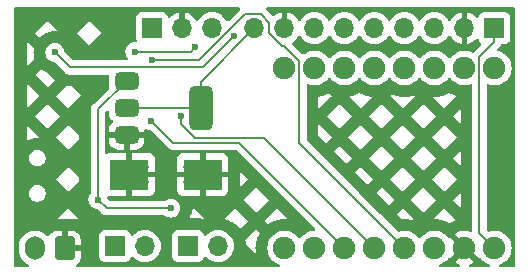
<source format=gbr>
%TF.GenerationSoftware,KiCad,Pcbnew,8.0.1*%
%TF.CreationDate,2024-05-27T16:44:31-06:00*%
%TF.ProjectId,KETSINI,4b455453-494e-4492-9e6b-696361645f70,rev?*%
%TF.SameCoordinates,Original*%
%TF.FileFunction,Copper,L2,Bot*%
%TF.FilePolarity,Positive*%
%FSLAX46Y46*%
G04 Gerber Fmt 4.6, Leading zero omitted, Abs format (unit mm)*
G04 Created by KiCad (PCBNEW 8.0.1) date 2024-05-27 16:44:31*
%MOMM*%
%LPD*%
G01*
G04 APERTURE LIST*
G04 Aperture macros list*
%AMRoundRect*
0 Rectangle with rounded corners*
0 $1 Rounding radius*
0 $2 $3 $4 $5 $6 $7 $8 $9 X,Y pos of 4 corners*
0 Add a 4 corners polygon primitive as box body*
4,1,4,$2,$3,$4,$5,$6,$7,$8,$9,$2,$3,0*
0 Add four circle primitives for the rounded corners*
1,1,$1+$1,$2,$3*
1,1,$1+$1,$4,$5*
1,1,$1+$1,$6,$7*
1,1,$1+$1,$8,$9*
0 Add four rect primitives between the rounded corners*
20,1,$1+$1,$2,$3,$4,$5,0*
20,1,$1+$1,$4,$5,$6,$7,0*
20,1,$1+$1,$6,$7,$8,$9,0*
20,1,$1+$1,$8,$9,$2,$3,0*%
G04 Aperture macros list end*
%TA.AperFunction,ComponentPad*%
%ADD10C,0.630000*%
%TD*%
%TA.AperFunction,SMDPad,CuDef*%
%ADD11R,3.300000X2.600000*%
%TD*%
%TA.AperFunction,ComponentPad*%
%ADD12R,1.700000X1.700000*%
%TD*%
%TA.AperFunction,ComponentPad*%
%ADD13O,1.700000X1.700000*%
%TD*%
%TA.AperFunction,ComponentPad*%
%ADD14RoundRect,0.250000X0.600000X0.750000X-0.600000X0.750000X-0.600000X-0.750000X0.600000X-0.750000X0*%
%TD*%
%TA.AperFunction,ComponentPad*%
%ADD15O,1.700000X2.000000*%
%TD*%
%TA.AperFunction,ComponentPad*%
%ADD16C,1.905000*%
%TD*%
%TA.AperFunction,SMDPad,CuDef*%
%ADD17RoundRect,0.375000X-0.625000X-0.375000X0.625000X-0.375000X0.625000X0.375000X-0.625000X0.375000X0*%
%TD*%
%TA.AperFunction,SMDPad,CuDef*%
%ADD18RoundRect,0.500000X-0.500000X-1.400000X0.500000X-1.400000X0.500000X1.400000X-0.500000X1.400000X0*%
%TD*%
%TA.AperFunction,ViaPad*%
%ADD19C,0.600000*%
%TD*%
%TA.AperFunction,Conductor*%
%ADD20C,0.200000*%
%TD*%
G04 APERTURE END LIST*
D10*
%TO.P,U1,9,GND*%
%TO.N,GND*%
X173600000Y-110000000D03*
X172300000Y-110000000D03*
X171000000Y-110000000D03*
D11*
X172300000Y-110650000D03*
D10*
X173600000Y-111300000D03*
X172300000Y-111300000D03*
X171000000Y-111300000D03*
%TD*%
D12*
%TO.P,MA1,1,Pin_1*%
%TO.N,MAO1*%
X171060000Y-116700000D03*
D13*
%TO.P,MA1,2,Pin_2*%
%TO.N,MAO2*%
X173600000Y-116700000D03*
%TD*%
D12*
%TO.P,MB1,1,Pin_1*%
%TO.N,MBO1*%
X164860000Y-116700000D03*
D13*
%TO.P,MB1,2,Pin_2*%
%TO.N,MBO2*%
X167400000Y-116700000D03*
%TD*%
D10*
%TO.P,U2,9,GND*%
%TO.N,GND*%
X167390000Y-110000000D03*
X166090000Y-110000000D03*
X164790000Y-110000000D03*
D11*
X166090000Y-110650000D03*
D10*
X167390000Y-111300000D03*
X166090000Y-111300000D03*
X164790000Y-111300000D03*
%TD*%
D14*
%TO.P,BATTERY1,1,Pin_1*%
%TO.N,GND*%
X160600000Y-116900000D03*
D15*
%TO.P,BATTERY1,2,Pin_2*%
%TO.N,Net-(BATTERY1-Pin_2)*%
X158100000Y-116900000D03*
%TD*%
D16*
%TO.P,ESP 32 C3,0,GPIO0*%
%TO.N,MAI1*%
X179220000Y-116870000D03*
%TO.P,ESP 32 C3,1,GPIO1*%
%TO.N,MAI2*%
X181760000Y-116870000D03*
%TO.P,ESP 32 C3,2,GPIO2*%
%TO.N,MBI1*%
X184300000Y-116870000D03*
%TO.P,ESP 32 C3,3,GPIO3*%
%TO.N,MBI2*%
X186840000Y-116870000D03*
%TO.P,ESP 32 C3,3.3,3V3*%
%TO.N,unconnected-(U4-3V3-Pad3.3)*%
X191920000Y-116870000D03*
%TO.P,ESP 32 C3,4,GPIO4*%
%TO.N,RGB*%
X189380000Y-116870000D03*
%TO.P,ESP 32 C3,5,GPIO5*%
%TO.N,S1*%
X197000000Y-101630000D03*
%TO.P,ESP 32 C3,5V,5V*%
%TO.N,Vcc*%
X197000000Y-116870000D03*
%TO.P,ESP 32 C3,6,GPIO6*%
%TO.N,S2*%
X194460000Y-101630000D03*
%TO.P,ESP 32 C3,7,GPIO7*%
%TO.N,S3*%
X191920000Y-101630000D03*
%TO.P,ESP 32 C3,8,GPIO8*%
%TO.N,S4*%
X189380000Y-101630000D03*
%TO.P,ESP 32 C3,9,GPIO9*%
%TO.N,unconnected-(U4-GPIO9-Pad9)*%
X186840000Y-101630000D03*
%TO.P,ESP 32 C3,10,GPIO10*%
%TO.N,S5*%
X184300000Y-101630000D03*
%TO.P,ESP 32 C3,20,GPIO20*%
%TO.N,BUTTON*%
X181760000Y-101630000D03*
%TO.P,ESP 32 C3,21,GPIO21*%
%TO.N,GO*%
X179220000Y-101630000D03*
%TO.P,ESP 32 C3,G,GND*%
%TO.N,GND*%
X194460000Y-116870000D03*
%TD*%
D12*
%TO.P,ACT1,1,Pin_1*%
%TO.N,Vcc*%
X168020000Y-98250000D03*
D13*
%TO.P,ACT1,2,Pin_2*%
%TO.N,GND*%
X170560000Y-98250000D03*
%TO.P,ACT1,3,Pin_3*%
%TO.N,GO*%
X173100000Y-98250000D03*
%TD*%
D12*
%TO.P,J1,1,Pin_1*%
%TO.N,Vcc*%
X197000000Y-98250000D03*
D13*
%TO.P,J1,2,Pin_2*%
%TO.N,GND*%
X194460000Y-98250000D03*
%TO.P,J1,3,Pin_3*%
%TO.N,S1*%
X191920000Y-98250000D03*
%TO.P,J1,4,Pin_4*%
%TO.N,S2*%
X189380000Y-98250000D03*
%TO.P,J1,5,Pin_5*%
%TO.N,S3*%
X186840000Y-98250000D03*
%TO.P,J1,6,Pin_6*%
%TO.N,S4*%
X184300000Y-98250000D03*
%TO.P,J1,7,Pin_7*%
%TO.N,S5*%
X181760000Y-98250000D03*
%TO.P,J1,8,Pin_8*%
%TO.N,GND*%
X179220000Y-98250000D03*
%TO.P,J1,9,Pin_9*%
%TO.N,Vcc*%
X176680000Y-98250000D03*
%TD*%
D17*
%TO.P,U3,1,GND*%
%TO.N,GND*%
X165850000Y-107300000D03*
%TO.P,U3,2,VO*%
%TO.N,Vcc*%
X165850000Y-105000000D03*
D18*
X172150000Y-105000000D03*
D17*
%TO.P,U3,3,VI*%
%TO.N,VM*%
X165850000Y-102700000D03*
%TD*%
D19*
%TO.N,Net-(U1-ILIM)*%
X166551400Y-100237500D03*
X171677700Y-99859100D03*
%TO.N,VM*%
X163430000Y-112770000D03*
X169600000Y-113500000D03*
%TO.N,MBI1*%
X167909300Y-106087500D03*
%TO.N,MBI2*%
X170465700Y-105686600D03*
%TO.N,BUTTON*%
X174982700Y-98930300D03*
X159770900Y-100313000D03*
%TO.N,RGB*%
X167963400Y-100965300D03*
%TD*%
D20*
%TO.N,Net-(U1-ILIM)*%
X171299300Y-100237500D02*
X171677700Y-99859100D01*
X166551400Y-100237500D02*
X171299300Y-100237500D01*
%TO.N,VM*%
X163430000Y-105120000D02*
X165850000Y-102700000D01*
X163430000Y-112770000D02*
X163430000Y-105120000D01*
X164160000Y-113500000D02*
X163430000Y-112770000D01*
X169600000Y-113500000D02*
X164160000Y-113500000D01*
%TO.N,MBI1*%
X167909300Y-106087500D02*
X169774400Y-107952600D01*
X175382600Y-107952600D02*
X184300000Y-116870000D01*
X169774400Y-107952600D02*
X175382600Y-107952600D01*
%TO.N,MBI2*%
X186840000Y-116870000D02*
X177520900Y-107550900D01*
X171664400Y-107550900D02*
X170465700Y-106352200D01*
X177520900Y-107550900D02*
X171664400Y-107550900D01*
X170465700Y-106352200D02*
X170465700Y-105686600D01*
%TO.N,Vcc*%
X172150000Y-102780000D02*
X176680000Y-98250000D01*
X197000000Y-99401700D02*
X195730000Y-100671700D01*
X197000000Y-98250000D02*
X197000000Y-99401700D01*
X172150000Y-105000000D02*
X165850000Y-105000000D01*
X172150000Y-105000000D02*
X172150000Y-102780000D01*
X195730000Y-115600000D02*
X197000000Y-116870000D01*
X195730000Y-100671700D02*
X195730000Y-115600000D01*
%TO.N,BUTTON*%
X174982700Y-98930300D02*
X172329900Y-101583100D01*
X161041000Y-101583100D02*
X159770900Y-100313000D01*
X172329900Y-101583100D02*
X161041000Y-101583100D01*
%TO.N,RGB*%
X177950000Y-98665200D02*
X179032500Y-99747700D01*
X180490000Y-107980000D02*
X189380000Y-116870000D01*
X179187300Y-99747700D02*
X180490000Y-101050400D01*
X177950000Y-97833400D02*
X177950000Y-98665200D01*
X180490000Y-101050400D02*
X180490000Y-107980000D01*
X175882100Y-97096700D02*
X177213300Y-97096700D01*
X172013500Y-100965300D02*
X175882100Y-97096700D01*
X167963400Y-100965300D02*
X172013500Y-100965300D01*
X177213300Y-97096700D02*
X177950000Y-97833400D01*
X179032500Y-99747700D02*
X179187300Y-99747700D01*
%TD*%
%TA.AperFunction,Conductor*%
%TO.N,GND*%
G36*
X175397241Y-96519685D02*
G01*
X175442996Y-96572489D01*
X175452940Y-96641647D01*
X175423915Y-96705203D01*
X175417883Y-96711681D01*
X174489368Y-97640194D01*
X174428045Y-97673679D01*
X174358353Y-97668695D01*
X174302420Y-97626823D01*
X174289305Y-97604918D01*
X174287765Y-97601615D01*
X174274035Y-97572171D01*
X174274033Y-97572168D01*
X174274032Y-97572166D01*
X174138494Y-97378597D01*
X173971402Y-97211506D01*
X173971395Y-97211501D01*
X173968974Y-97209806D01*
X173894518Y-97157671D01*
X173777834Y-97075967D01*
X173777830Y-97075965D01*
X173777828Y-97075964D01*
X173563663Y-96976097D01*
X173563659Y-96976096D01*
X173563655Y-96976094D01*
X173335413Y-96914938D01*
X173335403Y-96914936D01*
X173100001Y-96894341D01*
X173099999Y-96894341D01*
X172864596Y-96914936D01*
X172864586Y-96914938D01*
X172636344Y-96976094D01*
X172636335Y-96976098D01*
X172422171Y-97075964D01*
X172422169Y-97075965D01*
X172228597Y-97211505D01*
X172061508Y-97378594D01*
X171931269Y-97564595D01*
X171876692Y-97608219D01*
X171807193Y-97615412D01*
X171744839Y-97583890D01*
X171728119Y-97564594D01*
X171598113Y-97378926D01*
X171598108Y-97378920D01*
X171431082Y-97211894D01*
X171237578Y-97076399D01*
X171023492Y-96976570D01*
X171023486Y-96976567D01*
X170810000Y-96919364D01*
X170810000Y-97816988D01*
X170752993Y-97784075D01*
X170625826Y-97750000D01*
X170494174Y-97750000D01*
X170367007Y-97784075D01*
X170310000Y-97816988D01*
X170310000Y-96919364D01*
X170309999Y-96919364D01*
X170096513Y-96976567D01*
X170096507Y-96976570D01*
X169882422Y-97076399D01*
X169882420Y-97076400D01*
X169688926Y-97211886D01*
X169566865Y-97333947D01*
X169505542Y-97367431D01*
X169435850Y-97362447D01*
X169379917Y-97320575D01*
X169363002Y-97289598D01*
X169345736Y-97243306D01*
X169334020Y-97211893D01*
X169313797Y-97157671D01*
X169313793Y-97157664D01*
X169227547Y-97042455D01*
X169227544Y-97042452D01*
X169112335Y-96956206D01*
X169112328Y-96956202D01*
X168977482Y-96905908D01*
X168977483Y-96905908D01*
X168917883Y-96899501D01*
X168917881Y-96899500D01*
X168917873Y-96899500D01*
X168917864Y-96899500D01*
X167122129Y-96899500D01*
X167122123Y-96899501D01*
X167062516Y-96905908D01*
X166927671Y-96956202D01*
X166927664Y-96956206D01*
X166812455Y-97042452D01*
X166812452Y-97042455D01*
X166726206Y-97157664D01*
X166726202Y-97157671D01*
X166675908Y-97292517D01*
X166670209Y-97345532D01*
X166669501Y-97352123D01*
X166669500Y-97352135D01*
X166669500Y-99147870D01*
X166669501Y-99147876D01*
X166675909Y-99207485D01*
X166698206Y-99267268D01*
X166703190Y-99336960D01*
X166669704Y-99398283D01*
X166608380Y-99431767D01*
X166568145Y-99433821D01*
X166551401Y-99431935D01*
X166551396Y-99431935D01*
X166372150Y-99452130D01*
X166372145Y-99452131D01*
X166201876Y-99511711D01*
X166049137Y-99607684D01*
X165921584Y-99735237D01*
X165825611Y-99887976D01*
X165766031Y-100058245D01*
X165766030Y-100058250D01*
X165745835Y-100237496D01*
X165745835Y-100237503D01*
X165766030Y-100416749D01*
X165766031Y-100416754D01*
X165825611Y-100587023D01*
X165921584Y-100739762D01*
X165952741Y-100770919D01*
X165986226Y-100832242D01*
X165981242Y-100901934D01*
X165939370Y-100957867D01*
X165873906Y-100982284D01*
X165865060Y-100982600D01*
X161341098Y-100982600D01*
X161274059Y-100962915D01*
X161253417Y-100946281D01*
X160601600Y-100294465D01*
X160568115Y-100233142D01*
X160566063Y-100220686D01*
X160556268Y-100133745D01*
X160496689Y-99963478D01*
X160400716Y-99810738D01*
X160273162Y-99683184D01*
X160183587Y-99626900D01*
X160120423Y-99587211D01*
X159950154Y-99527631D01*
X159950149Y-99527630D01*
X159770904Y-99507435D01*
X159770896Y-99507435D01*
X159591650Y-99527630D01*
X159591645Y-99527631D01*
X159421376Y-99587211D01*
X159268637Y-99683184D01*
X159141084Y-99810737D01*
X159045111Y-99963476D01*
X158985531Y-100133745D01*
X158985530Y-100133750D01*
X158965335Y-100312996D01*
X158965335Y-100313003D01*
X158985530Y-100492249D01*
X158985531Y-100492254D01*
X159045111Y-100662523D01*
X159113221Y-100770919D01*
X159141084Y-100815262D01*
X159268638Y-100942816D01*
X159421378Y-101038789D01*
X159591645Y-101098368D01*
X159678569Y-101108161D01*
X159742980Y-101135226D01*
X159752364Y-101143699D01*
X160672284Y-102063620D01*
X160672286Y-102063621D01*
X160672290Y-102063624D01*
X160741194Y-102103405D01*
X160809216Y-102142677D01*
X160961943Y-102183601D01*
X160961945Y-102183601D01*
X161127654Y-102183601D01*
X161127670Y-102183600D01*
X164225500Y-102183600D01*
X164292539Y-102203285D01*
X164338294Y-102256089D01*
X164349500Y-102307600D01*
X164349500Y-103151122D01*
X164349501Y-103151125D01*
X164352399Y-103193886D01*
X164352400Y-103193894D01*
X164366245Y-103249567D01*
X164363321Y-103319375D01*
X164333591Y-103367172D01*
X163061286Y-104639478D01*
X162949481Y-104751282D01*
X162949479Y-104751285D01*
X162899361Y-104838094D01*
X162899359Y-104838096D01*
X162870425Y-104888209D01*
X162870424Y-104888210D01*
X162870423Y-104888215D01*
X162829499Y-105040943D01*
X162829499Y-105040945D01*
X162829499Y-105209046D01*
X162829500Y-105209059D01*
X162829500Y-112187587D01*
X162809815Y-112254626D01*
X162802450Y-112264896D01*
X162800186Y-112267734D01*
X162704211Y-112420476D01*
X162644631Y-112590745D01*
X162644630Y-112590750D01*
X162624435Y-112769996D01*
X162624435Y-112770003D01*
X162644630Y-112949249D01*
X162644631Y-112949254D01*
X162704211Y-113119523D01*
X162798396Y-113269416D01*
X162800184Y-113272262D01*
X162927738Y-113399816D01*
X163080478Y-113495789D01*
X163250745Y-113555368D01*
X163337669Y-113565161D01*
X163402080Y-113592226D01*
X163411465Y-113600700D01*
X163675139Y-113864374D01*
X163675149Y-113864385D01*
X163679479Y-113868715D01*
X163679480Y-113868716D01*
X163791284Y-113980520D01*
X163878095Y-114030639D01*
X163878097Y-114030641D01*
X163916151Y-114052611D01*
X163928215Y-114059577D01*
X164080943Y-114100501D01*
X164080946Y-114100501D01*
X164246653Y-114100501D01*
X164246669Y-114100500D01*
X169017588Y-114100500D01*
X169084627Y-114120185D01*
X169094903Y-114127555D01*
X169097736Y-114129814D01*
X169097738Y-114129816D01*
X169250478Y-114225789D01*
X169322427Y-114250965D01*
X169420745Y-114285368D01*
X169420750Y-114285369D01*
X169599996Y-114305565D01*
X169600000Y-114305565D01*
X169600004Y-114305565D01*
X169779249Y-114285369D01*
X169779252Y-114285368D01*
X169779255Y-114285368D01*
X169949522Y-114225789D01*
X170102262Y-114129816D01*
X170229816Y-114002262D01*
X170325789Y-113849522D01*
X170385368Y-113679255D01*
X170385369Y-113679249D01*
X170405565Y-113500003D01*
X170405565Y-113499996D01*
X170385369Y-113320750D01*
X170385368Y-113320745D01*
X170325788Y-113150476D01*
X170229815Y-112997737D01*
X170102262Y-112870184D01*
X169995819Y-112803301D01*
X175775400Y-112803301D01*
X176837475Y-113865375D01*
X177899550Y-112803301D01*
X176837475Y-111741226D01*
X175775400Y-112803301D01*
X169995819Y-112803301D01*
X169949523Y-112774211D01*
X169779254Y-112714631D01*
X169779249Y-112714630D01*
X169600004Y-112694435D01*
X169599996Y-112694435D01*
X169420750Y-112714630D01*
X169420745Y-112714631D01*
X169250476Y-112774211D01*
X169097736Y-112870185D01*
X169094903Y-112872445D01*
X169092724Y-112873334D01*
X169091842Y-112873889D01*
X169091744Y-112873734D01*
X169030217Y-112898855D01*
X169017588Y-112899500D01*
X164460097Y-112899500D01*
X164393058Y-112879815D01*
X164372416Y-112863181D01*
X164260700Y-112751465D01*
X164227215Y-112690142D01*
X164225163Y-112677686D01*
X164215368Y-112590745D01*
X164215367Y-112590743D01*
X164214588Y-112583824D01*
X164217458Y-112583500D01*
X164220943Y-112526689D01*
X164262245Y-112470334D01*
X164327458Y-112445254D01*
X164350817Y-112445553D01*
X164392163Y-112449999D01*
X164392172Y-112450000D01*
X165840000Y-112450000D01*
X165840000Y-111332821D01*
X165925000Y-111332821D01*
X165950119Y-111393465D01*
X165996535Y-111439881D01*
X166057179Y-111465000D01*
X166122821Y-111465000D01*
X166183465Y-111439881D01*
X166229881Y-111393465D01*
X166255000Y-111332821D01*
X166255000Y-111267179D01*
X166229881Y-111206535D01*
X166183465Y-111160119D01*
X166122821Y-111135000D01*
X166057179Y-111135000D01*
X165996535Y-111160119D01*
X165950119Y-111206535D01*
X165925000Y-111267179D01*
X165925000Y-111332821D01*
X165840000Y-111332821D01*
X165840000Y-110900000D01*
X166340000Y-110900000D01*
X166340000Y-112450000D01*
X167787828Y-112450000D01*
X167787844Y-112449999D01*
X167847372Y-112443598D01*
X167847379Y-112443596D01*
X167982086Y-112393354D01*
X167982093Y-112393350D01*
X168097187Y-112307190D01*
X168097190Y-112307187D01*
X168183350Y-112192093D01*
X168183354Y-112192086D01*
X168233596Y-112057379D01*
X168233598Y-112057372D01*
X168239999Y-111997844D01*
X168240000Y-111997827D01*
X168240000Y-110900000D01*
X170150000Y-110900000D01*
X170150000Y-111997844D01*
X170156401Y-112057372D01*
X170156403Y-112057379D01*
X170206645Y-112192086D01*
X170206649Y-112192093D01*
X170292809Y-112307187D01*
X170292812Y-112307190D01*
X170407906Y-112393350D01*
X170407913Y-112393354D01*
X170542620Y-112443596D01*
X170542627Y-112443598D01*
X170602155Y-112449999D01*
X170602172Y-112450000D01*
X172050000Y-112450000D01*
X172050000Y-111332821D01*
X172135000Y-111332821D01*
X172160119Y-111393465D01*
X172206535Y-111439881D01*
X172267179Y-111465000D01*
X172332821Y-111465000D01*
X172393465Y-111439881D01*
X172439881Y-111393465D01*
X172465000Y-111332821D01*
X172465000Y-111267179D01*
X172439881Y-111206535D01*
X172393465Y-111160119D01*
X172332821Y-111135000D01*
X172267179Y-111135000D01*
X172206535Y-111160119D01*
X172160119Y-111206535D01*
X172135000Y-111267179D01*
X172135000Y-111332821D01*
X172050000Y-111332821D01*
X172050000Y-110900000D01*
X172550000Y-110900000D01*
X172550000Y-112450000D01*
X173997828Y-112450000D01*
X173997844Y-112449999D01*
X174057372Y-112443598D01*
X174057379Y-112443596D01*
X174192086Y-112393354D01*
X174192093Y-112393350D01*
X174307187Y-112307190D01*
X174307190Y-112307187D01*
X174393350Y-112192093D01*
X174393354Y-112192086D01*
X174443596Y-112057379D01*
X174443598Y-112057372D01*
X174449999Y-111997844D01*
X174450000Y-111997827D01*
X174450000Y-110900000D01*
X172550000Y-110900000D01*
X172050000Y-110900000D01*
X170150000Y-110900000D01*
X168240000Y-110900000D01*
X166340000Y-110900000D01*
X165840000Y-110900000D01*
X165840000Y-110650000D01*
X175437732Y-110650000D01*
X175438561Y-110652000D01*
X175448000Y-110699454D01*
X175448000Y-111719316D01*
X176131782Y-111035533D01*
X175448000Y-110351751D01*
X175448000Y-110600546D01*
X175438561Y-110648000D01*
X175437732Y-110650000D01*
X165840000Y-110650000D01*
X165840000Y-110032821D01*
X165925000Y-110032821D01*
X165950119Y-110093465D01*
X165996535Y-110139881D01*
X166057179Y-110165000D01*
X166122821Y-110165000D01*
X166183465Y-110139881D01*
X166229881Y-110093465D01*
X166255000Y-110032821D01*
X166255000Y-109967179D01*
X166229881Y-109906535D01*
X166183465Y-109860119D01*
X166122821Y-109835000D01*
X166057179Y-109835000D01*
X165996535Y-109860119D01*
X165950119Y-109906535D01*
X165925000Y-109967179D01*
X165925000Y-110032821D01*
X165840000Y-110032821D01*
X165840000Y-108850000D01*
X166340000Y-108850000D01*
X166340000Y-110400000D01*
X168240000Y-110400000D01*
X170150000Y-110400000D01*
X172050000Y-110400000D01*
X172050000Y-110032821D01*
X172135000Y-110032821D01*
X172160119Y-110093465D01*
X172206535Y-110139881D01*
X172267179Y-110165000D01*
X172332821Y-110165000D01*
X172393465Y-110139881D01*
X172439881Y-110093465D01*
X172465000Y-110032821D01*
X172465000Y-109967179D01*
X172439881Y-109906535D01*
X172393465Y-109860119D01*
X172332821Y-109835000D01*
X172267179Y-109835000D01*
X172206535Y-109860119D01*
X172160119Y-109906535D01*
X172135000Y-109967179D01*
X172135000Y-110032821D01*
X172050000Y-110032821D01*
X172050000Y-108850000D01*
X172550000Y-108850000D01*
X172550000Y-110400000D01*
X174450000Y-110400000D01*
X174450000Y-109302172D01*
X174449999Y-109302155D01*
X174443598Y-109242627D01*
X174443596Y-109242620D01*
X174393354Y-109107913D01*
X174393350Y-109107906D01*
X174307190Y-108992812D01*
X174307187Y-108992809D01*
X174192093Y-108906649D01*
X174192086Y-108906645D01*
X174057379Y-108856403D01*
X174057372Y-108856401D01*
X173997844Y-108850000D01*
X172550000Y-108850000D01*
X172050000Y-108850000D01*
X170602155Y-108850000D01*
X170542627Y-108856401D01*
X170542620Y-108856403D01*
X170407913Y-108906645D01*
X170407906Y-108906649D01*
X170292812Y-108992809D01*
X170292809Y-108992812D01*
X170206649Y-109107906D01*
X170206645Y-109107913D01*
X170156403Y-109242620D01*
X170156401Y-109242627D01*
X170150000Y-109302155D01*
X170150000Y-110400000D01*
X168240000Y-110400000D01*
X168240000Y-109302172D01*
X168239999Y-109302155D01*
X168233598Y-109242627D01*
X168233596Y-109242620D01*
X168183354Y-109107913D01*
X168183350Y-109107906D01*
X168097190Y-108992812D01*
X168097187Y-108992809D01*
X167982093Y-108906649D01*
X167982086Y-108906645D01*
X167847379Y-108856403D01*
X167847372Y-108856401D01*
X167787844Y-108850000D01*
X166340000Y-108850000D01*
X165840000Y-108850000D01*
X164392155Y-108850000D01*
X164332627Y-108856401D01*
X164332619Y-108856403D01*
X164197833Y-108906675D01*
X164128141Y-108911659D01*
X164066818Y-108878174D01*
X164033334Y-108816850D01*
X164030500Y-108790493D01*
X164030500Y-107550000D01*
X164350000Y-107550000D01*
X164350000Y-107751096D01*
X164352897Y-107793824D01*
X164398831Y-107978523D01*
X164483390Y-108149022D01*
X164483392Y-108149025D01*
X164602632Y-108297366D01*
X164602633Y-108297367D01*
X164750974Y-108416607D01*
X164750977Y-108416609D01*
X164921476Y-108501168D01*
X165106175Y-108547102D01*
X165148903Y-108550000D01*
X165600000Y-108550000D01*
X165600000Y-107550000D01*
X166100000Y-107550000D01*
X166100000Y-108550000D01*
X166551097Y-108550000D01*
X166593824Y-108547102D01*
X166778523Y-108501168D01*
X166949022Y-108416609D01*
X166949025Y-108416607D01*
X167097366Y-108297367D01*
X167097367Y-108297366D01*
X167216607Y-108149025D01*
X167216609Y-108149022D01*
X167301168Y-107978523D01*
X167347102Y-107793824D01*
X167350000Y-107751096D01*
X167350000Y-107550000D01*
X166100000Y-107550000D01*
X165600000Y-107550000D01*
X164350000Y-107550000D01*
X164030500Y-107550000D01*
X164030500Y-105420096D01*
X164050185Y-105353057D01*
X164066810Y-105332424D01*
X164137823Y-105261410D01*
X164199141Y-105227929D01*
X164268833Y-105232913D01*
X164324767Y-105274784D01*
X164349184Y-105340248D01*
X164349500Y-105349094D01*
X164349500Y-105451121D01*
X164349501Y-105451125D01*
X164352399Y-105493886D01*
X164352399Y-105493887D01*
X164378913Y-105600500D01*
X164396940Y-105672989D01*
X164398360Y-105678696D01*
X164482967Y-105849292D01*
X164482969Y-105849295D01*
X164602277Y-105997721D01*
X164602278Y-105997722D01*
X164671884Y-106053673D01*
X164711803Y-106111016D01*
X164714383Y-106180838D01*
X164678804Y-106240971D01*
X164671885Y-106246967D01*
X164602631Y-106302635D01*
X164483392Y-106450974D01*
X164483390Y-106450977D01*
X164398831Y-106621476D01*
X164352897Y-106806175D01*
X164350000Y-106848903D01*
X164350000Y-107050000D01*
X167350000Y-107050000D01*
X167350000Y-106905838D01*
X167369685Y-106838799D01*
X167422489Y-106793044D01*
X167491647Y-106783100D01*
X167539973Y-106800845D01*
X167559777Y-106813289D01*
X167651424Y-106845357D01*
X167730045Y-106872868D01*
X167816969Y-106882661D01*
X167881380Y-106909726D01*
X167890764Y-106918199D01*
X169405684Y-108433120D01*
X169405686Y-108433121D01*
X169405690Y-108433124D01*
X169542609Y-108512173D01*
X169542616Y-108512177D01*
X169695343Y-108553101D01*
X169695345Y-108553101D01*
X169861054Y-108553101D01*
X169861070Y-108553100D01*
X175082503Y-108553100D01*
X175149542Y-108572785D01*
X175170184Y-108589419D01*
X181786084Y-115205319D01*
X181819569Y-115266642D01*
X181814585Y-115336334D01*
X181772713Y-115392267D01*
X181707249Y-115416684D01*
X181698403Y-115417000D01*
X181639601Y-115417000D01*
X181592098Y-115424926D01*
X181402083Y-115456634D01*
X181174343Y-115534818D01*
X181174334Y-115534821D01*
X180962558Y-115649429D01*
X180847374Y-115739081D01*
X180772537Y-115797329D01*
X180609449Y-115974490D01*
X180593808Y-115998431D01*
X180540661Y-116043787D01*
X180471430Y-116053210D01*
X180408094Y-116023707D01*
X180386192Y-115998431D01*
X180370551Y-115974490D01*
X180207463Y-115797329D01*
X180058850Y-115681659D01*
X180017441Y-115649429D01*
X179805665Y-115534821D01*
X179805656Y-115534818D01*
X179577916Y-115456634D01*
X179394896Y-115426094D01*
X179340399Y-115417000D01*
X179099601Y-115417000D01*
X179052098Y-115424926D01*
X178862083Y-115456634D01*
X178634343Y-115534818D01*
X178634334Y-115534821D01*
X178422558Y-115649429D01*
X178307374Y-115739081D01*
X178232537Y-115797329D01*
X178232534Y-115797331D01*
X178232534Y-115797332D01*
X178069449Y-115974490D01*
X177937743Y-116176081D01*
X177841017Y-116396594D01*
X177781904Y-116630027D01*
X177762020Y-116869994D01*
X177762020Y-116870005D01*
X177781904Y-117109972D01*
X177841017Y-117343405D01*
X177855314Y-117376000D01*
X177937745Y-117563922D01*
X178069449Y-117765510D01*
X178232537Y-117942671D01*
X178377705Y-118055659D01*
X178422022Y-118090153D01*
X178422561Y-118090572D01*
X178473881Y-118118345D01*
X178633478Y-118204715D01*
X178634336Y-118205179D01*
X178697480Y-118226856D01*
X178790291Y-118258719D01*
X178847306Y-118299104D01*
X178873437Y-118363904D01*
X178860386Y-118432544D01*
X178812297Y-118483232D01*
X178750028Y-118500000D01*
X161687812Y-118500000D01*
X161620773Y-118480315D01*
X161575018Y-118427511D01*
X161565074Y-118358353D01*
X161594099Y-118294797D01*
X161622715Y-118270462D01*
X161668340Y-118242319D01*
X161668344Y-118242316D01*
X161792315Y-118118345D01*
X161884356Y-117969124D01*
X161884358Y-117969119D01*
X161939505Y-117802697D01*
X161939506Y-117802690D01*
X161949999Y-117699986D01*
X161950000Y-117699973D01*
X161950000Y-117597870D01*
X163509500Y-117597870D01*
X163509501Y-117597876D01*
X163515908Y-117657483D01*
X163566202Y-117792328D01*
X163566206Y-117792335D01*
X163652452Y-117907544D01*
X163652455Y-117907547D01*
X163767664Y-117993793D01*
X163767671Y-117993797D01*
X163902517Y-118044091D01*
X163902516Y-118044091D01*
X163909444Y-118044835D01*
X163962127Y-118050500D01*
X165757872Y-118050499D01*
X165817483Y-118044091D01*
X165952331Y-117993796D01*
X166067546Y-117907546D01*
X166153796Y-117792331D01*
X166202810Y-117660916D01*
X166244681Y-117604984D01*
X166310145Y-117580566D01*
X166378418Y-117595417D01*
X166406673Y-117616569D01*
X166528599Y-117738495D01*
X166620279Y-117802690D01*
X166722165Y-117874032D01*
X166722167Y-117874033D01*
X166722170Y-117874035D01*
X166936337Y-117973903D01*
X167164592Y-118035063D01*
X167341034Y-118050500D01*
X167399999Y-118055659D01*
X167400000Y-118055659D01*
X167400001Y-118055659D01*
X167458966Y-118050500D01*
X167635408Y-118035063D01*
X167863663Y-117973903D01*
X168077830Y-117874035D01*
X168271401Y-117738495D01*
X168412026Y-117597870D01*
X169709500Y-117597870D01*
X169709501Y-117597876D01*
X169715908Y-117657483D01*
X169766202Y-117792328D01*
X169766206Y-117792335D01*
X169852452Y-117907544D01*
X169852455Y-117907547D01*
X169967664Y-117993793D01*
X169967671Y-117993797D01*
X170102517Y-118044091D01*
X170102516Y-118044091D01*
X170109444Y-118044835D01*
X170162127Y-118050500D01*
X171957872Y-118050499D01*
X172017483Y-118044091D01*
X172152331Y-117993796D01*
X172267546Y-117907546D01*
X172353796Y-117792331D01*
X172402810Y-117660916D01*
X172444681Y-117604984D01*
X172510145Y-117580566D01*
X172578418Y-117595417D01*
X172606673Y-117616569D01*
X172728599Y-117738495D01*
X172820279Y-117802690D01*
X172922165Y-117874032D01*
X172922167Y-117874033D01*
X172922170Y-117874035D01*
X173136337Y-117973903D01*
X173364592Y-118035063D01*
X173541034Y-118050500D01*
X173599999Y-118055659D01*
X173600000Y-118055659D01*
X173600001Y-118055659D01*
X173658966Y-118050500D01*
X173835408Y-118035063D01*
X174063663Y-117973903D01*
X174277830Y-117874035D01*
X174471401Y-117738495D01*
X174638495Y-117571401D01*
X174774035Y-117377830D01*
X174873903Y-117163663D01*
X174935063Y-116935408D01*
X174955659Y-116700000D01*
X174935063Y-116464592D01*
X174882884Y-116269854D01*
X174873905Y-116236344D01*
X174873904Y-116236343D01*
X174873903Y-116236337D01*
X174863161Y-116213300D01*
X175900934Y-116213300D01*
X175904695Y-116227334D01*
X175905981Y-116232588D01*
X175913066Y-116264546D01*
X175914121Y-116269854D01*
X175921684Y-116312749D01*
X175922507Y-116318096D01*
X175926778Y-116350539D01*
X175927367Y-116355916D01*
X175940299Y-116503733D01*
X176812565Y-117376000D01*
X176819768Y-117376000D01*
X176809377Y-117334964D01*
X176808222Y-117329972D01*
X176801857Y-117299618D01*
X176800908Y-117294574D01*
X176794118Y-117253873D01*
X176793380Y-117248805D01*
X176789546Y-117218044D01*
X176789018Y-117212948D01*
X176765725Y-116931853D01*
X176765407Y-116926736D01*
X176764126Y-116895755D01*
X176764020Y-116890632D01*
X176764020Y-116849368D01*
X176764126Y-116844245D01*
X176765407Y-116813264D01*
X176765725Y-116808147D01*
X176789018Y-116527052D01*
X176789546Y-116521956D01*
X176793380Y-116491195D01*
X176794118Y-116486127D01*
X176800908Y-116445426D01*
X176801857Y-116440382D01*
X176808222Y-116410028D01*
X176809377Y-116405036D01*
X176878621Y-116131596D01*
X176879982Y-116126653D01*
X176888833Y-116096924D01*
X176890398Y-116092041D01*
X176903798Y-116053012D01*
X176905560Y-116048205D01*
X176916827Y-116019329D01*
X176918789Y-116014592D01*
X177032091Y-115756290D01*
X177034248Y-115751636D01*
X177047868Y-115723778D01*
X177050211Y-115719226D01*
X177069850Y-115682935D01*
X177072384Y-115678476D01*
X177088255Y-115651842D01*
X177090968Y-115647495D01*
X177137297Y-115576582D01*
X176837475Y-115276760D01*
X175900934Y-116213300D01*
X174863161Y-116213300D01*
X174774035Y-116022171D01*
X174768729Y-116014592D01*
X174638494Y-115828597D01*
X174471402Y-115661506D01*
X174471395Y-115661501D01*
X174277834Y-115525967D01*
X174277830Y-115525965D01*
X174218809Y-115498443D01*
X174063663Y-115426097D01*
X174063659Y-115426096D01*
X174063655Y-115426094D01*
X173835413Y-115364938D01*
X173835403Y-115364936D01*
X173600001Y-115344341D01*
X173599999Y-115344341D01*
X173364596Y-115364936D01*
X173364586Y-115364938D01*
X173136344Y-115426094D01*
X173136335Y-115426098D01*
X172922171Y-115525964D01*
X172922169Y-115525965D01*
X172728600Y-115661503D01*
X172606673Y-115783430D01*
X172545350Y-115816914D01*
X172475658Y-115811930D01*
X172419725Y-115770058D01*
X172402810Y-115739081D01*
X172353797Y-115607671D01*
X172353793Y-115607664D01*
X172267547Y-115492455D01*
X172267544Y-115492452D01*
X172152335Y-115406206D01*
X172152328Y-115406202D01*
X172017482Y-115355908D01*
X172017483Y-115355908D01*
X171957883Y-115349501D01*
X171957881Y-115349500D01*
X171957873Y-115349500D01*
X171957864Y-115349500D01*
X170162129Y-115349500D01*
X170162123Y-115349501D01*
X170102516Y-115355908D01*
X169967671Y-115406202D01*
X169967664Y-115406206D01*
X169852455Y-115492452D01*
X169852452Y-115492455D01*
X169766206Y-115607664D01*
X169766202Y-115607671D01*
X169715908Y-115742517D01*
X169709501Y-115802116D01*
X169709500Y-115802135D01*
X169709500Y-117597870D01*
X168412026Y-117597870D01*
X168438495Y-117571401D01*
X168574035Y-117377830D01*
X168673903Y-117163663D01*
X168735063Y-116935408D01*
X168755659Y-116700000D01*
X168735063Y-116464592D01*
X168682884Y-116269854D01*
X168673905Y-116236344D01*
X168673904Y-116236343D01*
X168673903Y-116236337D01*
X168574035Y-116022171D01*
X168568729Y-116014592D01*
X168438494Y-115828597D01*
X168271402Y-115661506D01*
X168271395Y-115661501D01*
X168077834Y-115525967D01*
X168077830Y-115525965D01*
X168018809Y-115498443D01*
X167863663Y-115426097D01*
X167863659Y-115426096D01*
X167863655Y-115426094D01*
X167635413Y-115364938D01*
X167635403Y-115364936D01*
X167400001Y-115344341D01*
X167399999Y-115344341D01*
X167164596Y-115364936D01*
X167164586Y-115364938D01*
X166936344Y-115426094D01*
X166936335Y-115426098D01*
X166722171Y-115525964D01*
X166722169Y-115525965D01*
X166528600Y-115661503D01*
X166406673Y-115783430D01*
X166345350Y-115816914D01*
X166275658Y-115811930D01*
X166219725Y-115770058D01*
X166202810Y-115739081D01*
X166153797Y-115607671D01*
X166153793Y-115607664D01*
X166067547Y-115492455D01*
X166067544Y-115492452D01*
X165952335Y-115406206D01*
X165952328Y-115406202D01*
X165817482Y-115355908D01*
X165817483Y-115355908D01*
X165757883Y-115349501D01*
X165757881Y-115349500D01*
X165757873Y-115349500D01*
X165757864Y-115349500D01*
X163962129Y-115349500D01*
X163962123Y-115349501D01*
X163902516Y-115355908D01*
X163767671Y-115406202D01*
X163767664Y-115406206D01*
X163652455Y-115492452D01*
X163652452Y-115492455D01*
X163566206Y-115607664D01*
X163566202Y-115607671D01*
X163515908Y-115742517D01*
X163509501Y-115802116D01*
X163509500Y-115802135D01*
X163509500Y-117597870D01*
X161950000Y-117597870D01*
X161950000Y-117150000D01*
X161033012Y-117150000D01*
X161065925Y-117092993D01*
X161100000Y-116965826D01*
X161100000Y-116834174D01*
X161065925Y-116707007D01*
X161033012Y-116650000D01*
X161949999Y-116650000D01*
X161949999Y-116100028D01*
X161949998Y-116100013D01*
X161939505Y-115997302D01*
X161884358Y-115830880D01*
X161884356Y-115830875D01*
X161792315Y-115681654D01*
X161668345Y-115557684D01*
X161519124Y-115465643D01*
X161519119Y-115465641D01*
X161352697Y-115410494D01*
X161352690Y-115410493D01*
X161249986Y-115400000D01*
X160850000Y-115400000D01*
X160850000Y-116466988D01*
X160792993Y-116434075D01*
X160665826Y-116400000D01*
X160534174Y-116400000D01*
X160407007Y-116434075D01*
X160350000Y-116466988D01*
X160350000Y-115400000D01*
X159950028Y-115400000D01*
X159950012Y-115400001D01*
X159847302Y-115410494D01*
X159680880Y-115465641D01*
X159680875Y-115465643D01*
X159531654Y-115557684D01*
X159407683Y-115681655D01*
X159407680Y-115681659D01*
X159312183Y-115836484D01*
X159260235Y-115883209D01*
X159191273Y-115894430D01*
X159127191Y-115866587D01*
X159118964Y-115859068D01*
X158979786Y-115719890D01*
X158807820Y-115594951D01*
X158618414Y-115498444D01*
X158618413Y-115498443D01*
X158618412Y-115498443D01*
X158416243Y-115432754D01*
X158416241Y-115432753D01*
X158416240Y-115432753D01*
X158248601Y-115406202D01*
X158206287Y-115399500D01*
X157993713Y-115399500D01*
X157951399Y-115406202D01*
X157783760Y-115432753D01*
X157581585Y-115498444D01*
X157392179Y-115594951D01*
X157220213Y-115719890D01*
X157069890Y-115870213D01*
X156944951Y-116042179D01*
X156848444Y-116231585D01*
X156782753Y-116433760D01*
X156767977Y-116527052D01*
X156749500Y-116643713D01*
X156749500Y-117156287D01*
X156751796Y-117170785D01*
X156782703Y-117365925D01*
X156782754Y-117366243D01*
X156793722Y-117400000D01*
X156848444Y-117568414D01*
X156944951Y-117757820D01*
X157069890Y-117929786D01*
X157220213Y-118080109D01*
X157381134Y-118197023D01*
X157392184Y-118205051D01*
X157465321Y-118242316D01*
X157510851Y-118265515D01*
X157561647Y-118313490D01*
X157578442Y-118381311D01*
X157555905Y-118447446D01*
X157501189Y-118490897D01*
X157454556Y-118500000D01*
X156424000Y-118500000D01*
X156356961Y-118480315D01*
X156311206Y-118427511D01*
X156300000Y-118376000D01*
X156300000Y-114402000D01*
X160034564Y-114402000D01*
X160550544Y-114402000D01*
X160597995Y-114411438D01*
X160599999Y-114412268D01*
X160602003Y-114411438D01*
X160649454Y-114402000D01*
X161262674Y-114402000D01*
X161265826Y-114402040D01*
X161284897Y-114402525D01*
X161288051Y-114402645D01*
X161313422Y-114403937D01*
X161316573Y-114404138D01*
X161335622Y-114405595D01*
X161338768Y-114405876D01*
X161481224Y-114420430D01*
X161487933Y-114421301D01*
X161528367Y-114427676D01*
X161535018Y-114428912D01*
X161588267Y-114440314D01*
X161594835Y-114441908D01*
X161634303Y-114452638D01*
X161640776Y-114454589D01*
X161860605Y-114527433D01*
X161867382Y-114529900D01*
X161907934Y-114546010D01*
X161914555Y-114548865D01*
X161967202Y-114573413D01*
X161973649Y-114576651D01*
X161980415Y-114580299D01*
X161989647Y-114571067D01*
X161770080Y-114351500D01*
X171188833Y-114351500D01*
X171971248Y-114351500D01*
X171974572Y-114351545D01*
X171994673Y-114352084D01*
X171997993Y-114352217D01*
X172024680Y-114353649D01*
X172027989Y-114353871D01*
X172047982Y-114355481D01*
X172051285Y-114355792D01*
X172155175Y-114366962D01*
X172162843Y-114368029D01*
X172209029Y-114375936D01*
X172216619Y-114377481D01*
X172277330Y-114391826D01*
X172284809Y-114393842D01*
X172329672Y-114407450D01*
X172337012Y-114409929D01*
X172493461Y-114468279D01*
X172443886Y-114418704D01*
X174159996Y-114418704D01*
X174343008Y-114467741D01*
X174348205Y-114469256D01*
X174379440Y-114479105D01*
X174384568Y-114480846D01*
X174425500Y-114495747D01*
X174430535Y-114497705D01*
X174460756Y-114510223D01*
X174465708Y-114512402D01*
X174719337Y-114630672D01*
X174724188Y-114633064D01*
X174753209Y-114648171D01*
X174757949Y-114650771D01*
X174795673Y-114672549D01*
X174800302Y-114675358D01*
X174827916Y-114692950D01*
X174832415Y-114695956D01*
X175061678Y-114856488D01*
X175066042Y-114859689D01*
X175092022Y-114879625D01*
X175096243Y-114883012D01*
X175129610Y-114911012D01*
X175133678Y-114914580D01*
X175157794Y-114936680D01*
X175161698Y-114940418D01*
X175359590Y-115138309D01*
X175363330Y-115142216D01*
X175385449Y-115166354D01*
X175389020Y-115170426D01*
X175417018Y-115203795D01*
X175420403Y-115208012D01*
X175440323Y-115233973D01*
X175443521Y-115238335D01*
X175452167Y-115250683D01*
X176131781Y-114571068D01*
X177543167Y-114571068D01*
X177823290Y-114851191D01*
X177825859Y-114849192D01*
X177829971Y-114846126D01*
X177855211Y-114828106D01*
X177859441Y-114825216D01*
X177893986Y-114802647D01*
X177898331Y-114799935D01*
X177924963Y-114784065D01*
X177929422Y-114781531D01*
X178177488Y-114647285D01*
X178182044Y-114644940D01*
X178209906Y-114631319D01*
X178214560Y-114629162D01*
X178252348Y-114612588D01*
X178257078Y-114610629D01*
X178285959Y-114599359D01*
X178290773Y-114597594D01*
X178557553Y-114506008D01*
X178562435Y-114504444D01*
X178592159Y-114495595D01*
X178597103Y-114494234D01*
X178637106Y-114484105D01*
X178642096Y-114482950D01*
X178672438Y-114476588D01*
X178677475Y-114475640D01*
X178955687Y-114429215D01*
X178960760Y-114428476D01*
X178991529Y-114424641D01*
X178996625Y-114424113D01*
X179037748Y-114420705D01*
X179042866Y-114420387D01*
X179073846Y-114419106D01*
X179078969Y-114419000D01*
X179361031Y-114419000D01*
X179366154Y-114419106D01*
X179397134Y-114420387D01*
X179402252Y-114420705D01*
X179443375Y-114424113D01*
X179448471Y-114424641D01*
X179479240Y-114428476D01*
X179484313Y-114429215D01*
X179533706Y-114437457D01*
X178605242Y-113508993D01*
X177543167Y-114571068D01*
X176131781Y-114571068D01*
X176131782Y-114571067D01*
X175069708Y-113508993D01*
X174159996Y-114418704D01*
X172443886Y-114418704D01*
X171534174Y-113508992D01*
X171392954Y-113650212D01*
X171373958Y-113818820D01*
X171372986Y-113825707D01*
X171365938Y-113867191D01*
X171364582Y-113874011D01*
X171352119Y-113928621D01*
X171350381Y-113935358D01*
X171338728Y-113975807D01*
X171336616Y-113982434D01*
X171258535Y-114205578D01*
X171256053Y-114212079D01*
X171239945Y-114250965D01*
X171237105Y-114257312D01*
X171212801Y-114307779D01*
X171209608Y-114313959D01*
X171189252Y-114350790D01*
X171188833Y-114351500D01*
X161770080Y-114351500D01*
X160927572Y-113508992D01*
X160034564Y-114402000D01*
X156300000Y-114402000D01*
X156300000Y-112318995D01*
X157589499Y-112318995D01*
X157616418Y-112454322D01*
X157616421Y-112454332D01*
X157669221Y-112581804D01*
X157669228Y-112581817D01*
X157745885Y-112696541D01*
X157745888Y-112696545D01*
X157843454Y-112794111D01*
X157843458Y-112794114D01*
X157958182Y-112870771D01*
X157958195Y-112870778D01*
X158085667Y-112923578D01*
X158085672Y-112923580D01*
X158085676Y-112923580D01*
X158085677Y-112923581D01*
X158221004Y-112950500D01*
X158221007Y-112950500D01*
X158358995Y-112950500D01*
X158450041Y-112932389D01*
X158494328Y-112923580D01*
X158621811Y-112870775D01*
X158736542Y-112794114D01*
X158834114Y-112696542D01*
X158910775Y-112581811D01*
X158963580Y-112454328D01*
X158990500Y-112318993D01*
X158990500Y-112181007D01*
X158990500Y-112181004D01*
X158963581Y-112045677D01*
X158963580Y-112045676D01*
X158963580Y-112045672D01*
X158943762Y-111997827D01*
X158910778Y-111918195D01*
X158910771Y-111918182D01*
X158834114Y-111803458D01*
X158834111Y-111803454D01*
X158736545Y-111705888D01*
X158736541Y-111705885D01*
X158621817Y-111629228D01*
X158621804Y-111629221D01*
X158494332Y-111576421D01*
X158494322Y-111576418D01*
X158358995Y-111549500D01*
X158358993Y-111549500D01*
X158221007Y-111549500D01*
X158221005Y-111549500D01*
X158085677Y-111576418D01*
X158085667Y-111576421D01*
X157958195Y-111629221D01*
X157958182Y-111629228D01*
X157843458Y-111705885D01*
X157843454Y-111705888D01*
X157745888Y-111803454D01*
X157745885Y-111803458D01*
X157669228Y-111918182D01*
X157669221Y-111918195D01*
X157616421Y-112045667D01*
X157616418Y-112045677D01*
X157589500Y-112181004D01*
X157589500Y-112181007D01*
X157589500Y-112318993D01*
X157589500Y-112318995D01*
X157589499Y-112318995D01*
X156300000Y-112318995D01*
X156300000Y-111035534D01*
X159865498Y-111035534D01*
X160927573Y-112097609D01*
X161831500Y-111193682D01*
X161831500Y-110877386D01*
X160927573Y-109973459D01*
X159865498Y-111035534D01*
X156300000Y-111035534D01*
X156300000Y-109318995D01*
X157589499Y-109318995D01*
X157616418Y-109454322D01*
X157616421Y-109454332D01*
X157669221Y-109581804D01*
X157669228Y-109581817D01*
X157745885Y-109696541D01*
X157745888Y-109696545D01*
X157843454Y-109794111D01*
X157843458Y-109794114D01*
X157958182Y-109870771D01*
X157958195Y-109870778D01*
X158085667Y-109923578D01*
X158085672Y-109923580D01*
X158085676Y-109923580D01*
X158085677Y-109923581D01*
X158221004Y-109950500D01*
X158221007Y-109950500D01*
X158358995Y-109950500D01*
X158450041Y-109932389D01*
X158494328Y-109923580D01*
X158621811Y-109870775D01*
X158736542Y-109794114D01*
X158834114Y-109696542D01*
X158910775Y-109581811D01*
X158963580Y-109454328D01*
X158990500Y-109318993D01*
X158990500Y-109181007D01*
X158990500Y-109181004D01*
X158963581Y-109045677D01*
X158963580Y-109045676D01*
X158963580Y-109045672D01*
X158941684Y-108992809D01*
X158910778Y-108918195D01*
X158910771Y-108918182D01*
X158834114Y-108803458D01*
X158834111Y-108803454D01*
X158736545Y-108705888D01*
X158736541Y-108705885D01*
X158621817Y-108629228D01*
X158621804Y-108629221D01*
X158494332Y-108576421D01*
X158494322Y-108576418D01*
X158358995Y-108549500D01*
X158358993Y-108549500D01*
X158221007Y-108549500D01*
X158221005Y-108549500D01*
X158085677Y-108576418D01*
X158085667Y-108576421D01*
X157958195Y-108629221D01*
X157958182Y-108629228D01*
X157843458Y-108705885D01*
X157843454Y-108705888D01*
X157745888Y-108803454D01*
X157745885Y-108803458D01*
X157669228Y-108918182D01*
X157669221Y-108918195D01*
X157616421Y-109045667D01*
X157616418Y-109045677D01*
X157589500Y-109181004D01*
X157589500Y-109181007D01*
X157589500Y-109318993D01*
X157589500Y-109318995D01*
X157589499Y-109318995D01*
X156300000Y-109318995D01*
X156300000Y-106469886D01*
X157424000Y-106469886D01*
X157424000Y-107785873D01*
X157424105Y-107785803D01*
X157429250Y-107782545D01*
X157460843Y-107763610D01*
X157466138Y-107760611D01*
X157509359Y-107737510D01*
X157514795Y-107734773D01*
X157548076Y-107719033D01*
X157553638Y-107716568D01*
X157726389Y-107645012D01*
X157732068Y-107642821D01*
X157766730Y-107630419D01*
X157772507Y-107628511D01*
X157819402Y-107614285D01*
X157825266Y-107612662D01*
X157860992Y-107603712D01*
X157866934Y-107602378D01*
X158050341Y-107565896D01*
X158056338Y-107564855D01*
X158092769Y-107559451D01*
X158098810Y-107558706D01*
X158147582Y-107553903D01*
X158153652Y-107553455D01*
X158190424Y-107551649D01*
X158196507Y-107551500D01*
X158383493Y-107551500D01*
X158389576Y-107551649D01*
X158401860Y-107552252D01*
X158454112Y-107500000D01*
X159865498Y-107500000D01*
X160927573Y-108562075D01*
X161831500Y-107658148D01*
X161831500Y-107341852D01*
X160927573Y-106437925D01*
X159865498Y-107500000D01*
X158454112Y-107500000D01*
X158454113Y-107499999D01*
X157424000Y-106469886D01*
X156300000Y-106469886D01*
X156300000Y-105732233D01*
X158097731Y-105732233D01*
X159159806Y-106794308D01*
X160221881Y-105732233D01*
X159159806Y-104670158D01*
X158097731Y-105732233D01*
X156300000Y-105732233D01*
X156300000Y-102934352D01*
X157424000Y-102934352D01*
X157424000Y-104994580D01*
X158454114Y-103964466D01*
X158454113Y-103964465D01*
X159865497Y-103964465D01*
X160927573Y-105026541D01*
X161989648Y-103964466D01*
X161206782Y-103181600D01*
X161151018Y-103181600D01*
X161150986Y-103181601D01*
X160929259Y-103181601D01*
X160921149Y-103181336D01*
X160872143Y-103178124D01*
X160864065Y-103177328D01*
X160799263Y-103168795D01*
X160791257Y-103167473D01*
X160743100Y-103157893D01*
X160735199Y-103156050D01*
X160686864Y-103143098D01*
X159865497Y-103964465D01*
X158454113Y-103964465D01*
X157424000Y-102934352D01*
X156300000Y-102934352D01*
X156300000Y-102196699D01*
X158097731Y-102196699D01*
X159159805Y-103258773D01*
X159807929Y-102610649D01*
X159224520Y-102027239D01*
X159065323Y-101971535D01*
X159058823Y-101969054D01*
X159019936Y-101952946D01*
X159013588Y-101950105D01*
X158963121Y-101925801D01*
X158956941Y-101922608D01*
X158920110Y-101902252D01*
X158914120Y-101898719D01*
X158713952Y-101772944D01*
X158708167Y-101769078D01*
X158673839Y-101744720D01*
X158668282Y-101740538D01*
X158624490Y-101705614D01*
X158619176Y-101701127D01*
X158605513Y-101688916D01*
X158097731Y-102196699D01*
X156300000Y-102196699D01*
X156300000Y-99398818D01*
X157424000Y-99398818D01*
X157424000Y-101459045D01*
X158048107Y-100834938D01*
X158034284Y-100795434D01*
X158032172Y-100788807D01*
X158020519Y-100748358D01*
X158018781Y-100741621D01*
X158006318Y-100687011D01*
X158004962Y-100680191D01*
X157997914Y-100638707D01*
X157996942Y-100631820D01*
X157970475Y-100396908D01*
X157969890Y-100389979D01*
X157967530Y-100347961D01*
X157967335Y-100341007D01*
X157967335Y-100284993D01*
X157967530Y-100278039D01*
X157969890Y-100236021D01*
X157970475Y-100229092D01*
X157996942Y-99994180D01*
X157997914Y-99987293D01*
X158000028Y-99974846D01*
X157424000Y-99398818D01*
X156300000Y-99398818D01*
X156300000Y-98661165D01*
X158097731Y-98661165D01*
X158488502Y-99051936D01*
X158582747Y-98957691D01*
X158587800Y-98952913D01*
X158619176Y-98924873D01*
X158624490Y-98920386D01*
X158668282Y-98885462D01*
X158673839Y-98881280D01*
X158708167Y-98856922D01*
X158713952Y-98853056D01*
X158914120Y-98727281D01*
X158920110Y-98723748D01*
X158956941Y-98703392D01*
X158963121Y-98700199D01*
X159013588Y-98675895D01*
X159019935Y-98673055D01*
X159048638Y-98661165D01*
X161633265Y-98661165D01*
X162695340Y-99723240D01*
X163757415Y-98661165D01*
X162720250Y-97624000D01*
X162670430Y-97624000D01*
X161633265Y-98661165D01*
X159048638Y-98661165D01*
X159058821Y-98656947D01*
X159065322Y-98654465D01*
X159288466Y-98576384D01*
X159295093Y-98574272D01*
X159335542Y-98562619D01*
X159342279Y-98560881D01*
X159396889Y-98548418D01*
X159403709Y-98547062D01*
X159445193Y-98540014D01*
X159452080Y-98539042D01*
X159686992Y-98512575D01*
X159693921Y-98511990D01*
X159735939Y-98509630D01*
X159742893Y-98509435D01*
X159798907Y-98509435D01*
X159805861Y-98509630D01*
X159847879Y-98511990D01*
X159854808Y-98512575D01*
X160089720Y-98539042D01*
X160096607Y-98540014D01*
X160101573Y-98540857D01*
X159184716Y-97624000D01*
X159134896Y-97624000D01*
X158097731Y-98661165D01*
X156300000Y-98661165D01*
X156300000Y-96624000D01*
X156319685Y-96556961D01*
X156372489Y-96511206D01*
X156424000Y-96500000D01*
X175330202Y-96500000D01*
X175397241Y-96519685D01*
G37*
%TD.AperFunction*%
%TA.AperFunction,Conductor*%
G36*
X193897271Y-117170785D02*
G01*
X193966764Y-117274789D01*
X194055211Y-117363236D01*
X194159215Y-117432729D01*
X194223991Y-117459560D01*
X193623790Y-118059761D01*
X193623791Y-118059762D01*
X193662832Y-118090149D01*
X193662838Y-118090153D01*
X193874531Y-118204715D01*
X193874545Y-118204721D01*
X194031831Y-118258719D01*
X194088847Y-118299105D01*
X194114977Y-118363904D01*
X194101925Y-118432544D01*
X194053836Y-118483232D01*
X193991568Y-118500000D01*
X192389972Y-118500000D01*
X192322933Y-118480315D01*
X192277178Y-118427511D01*
X192267234Y-118358353D01*
X192296259Y-118294797D01*
X192349709Y-118258719D01*
X192418723Y-118235025D01*
X192505664Y-118205179D01*
X192717439Y-118090572D01*
X192907463Y-117942671D01*
X193070551Y-117765510D01*
X193086490Y-117741114D01*
X193139633Y-117695758D01*
X193208864Y-117686333D01*
X193244216Y-117702799D01*
X193270880Y-117705564D01*
X193870438Y-117106006D01*
X193897271Y-117170785D01*
G37*
%TD.AperFunction*%
%TA.AperFunction,Conductor*%
G36*
X195649118Y-117705564D02*
G01*
X195670094Y-117703388D01*
X195679037Y-117695757D01*
X195748268Y-117686333D01*
X195811604Y-117715834D01*
X195833510Y-117741114D01*
X195849446Y-117765507D01*
X195849448Y-117765509D01*
X195849449Y-117765510D01*
X196012537Y-117942671D01*
X196157705Y-118055659D01*
X196202022Y-118090153D01*
X196202561Y-118090572D01*
X196253881Y-118118345D01*
X196413478Y-118204715D01*
X196414336Y-118205179D01*
X196477480Y-118226856D01*
X196570291Y-118258719D01*
X196627306Y-118299104D01*
X196653437Y-118363904D01*
X196640386Y-118432544D01*
X196592297Y-118483232D01*
X196530028Y-118500000D01*
X194928432Y-118500000D01*
X194861393Y-118480315D01*
X194815638Y-118427511D01*
X194805694Y-118358353D01*
X194834719Y-118294797D01*
X194888169Y-118258719D01*
X195045454Y-118204721D01*
X195045468Y-118204715D01*
X195257160Y-118090154D01*
X195257168Y-118090149D01*
X195296207Y-118059762D01*
X195296208Y-118059760D01*
X194696008Y-117459560D01*
X194760785Y-117432729D01*
X194864789Y-117363236D01*
X194953236Y-117274789D01*
X195022729Y-117170785D01*
X195049561Y-117106007D01*
X195649118Y-117705564D01*
G37*
%TD.AperFunction*%
%TA.AperFunction,Conductor*%
G36*
X198693039Y-96519685D02*
G01*
X198738794Y-96572489D01*
X198750000Y-96624000D01*
X198750000Y-118376000D01*
X198730315Y-118443039D01*
X198677511Y-118488794D01*
X198626000Y-118500000D01*
X197469972Y-118500000D01*
X197402933Y-118480315D01*
X197357178Y-118427511D01*
X197347234Y-118358353D01*
X197376259Y-118294797D01*
X197429709Y-118258719D01*
X197498723Y-118235025D01*
X197585664Y-118205179D01*
X197797439Y-118090572D01*
X197987463Y-117942671D01*
X198150551Y-117765510D01*
X198282255Y-117563922D01*
X198378983Y-117343405D01*
X198438095Y-117109976D01*
X198455846Y-116895755D01*
X198457980Y-116870005D01*
X198457980Y-116869994D01*
X198438095Y-116630027D01*
X198438095Y-116630024D01*
X198378983Y-116396595D01*
X198282255Y-116176078D01*
X198150551Y-115974490D01*
X197987463Y-115797329D01*
X197838850Y-115681659D01*
X197797441Y-115649429D01*
X197585665Y-115534821D01*
X197585656Y-115534818D01*
X197357916Y-115456634D01*
X197174896Y-115426094D01*
X197120399Y-115417000D01*
X196879601Y-115417000D01*
X196845635Y-115422667D01*
X196642087Y-115456633D01*
X196561780Y-115484203D01*
X196491982Y-115487352D01*
X196433837Y-115454602D01*
X196366819Y-115387584D01*
X196333334Y-115326261D01*
X196330500Y-115299903D01*
X196330500Y-103110071D01*
X196350185Y-103043032D01*
X196402989Y-102997277D01*
X196472147Y-102987333D01*
X196494763Y-102992790D01*
X196642083Y-103043365D01*
X196642085Y-103043365D01*
X196642087Y-103043366D01*
X196879601Y-103083000D01*
X196879602Y-103083000D01*
X197120398Y-103083000D01*
X197120399Y-103083000D01*
X197357913Y-103043366D01*
X197585664Y-102965179D01*
X197797439Y-102850572D01*
X197987463Y-102702671D01*
X198150551Y-102525510D01*
X198282255Y-102323922D01*
X198378983Y-102103405D01*
X198438095Y-101869976D01*
X198448821Y-101740538D01*
X198457980Y-101630005D01*
X198457980Y-101629994D01*
X198438095Y-101390027D01*
X198438095Y-101390024D01*
X198378983Y-101156595D01*
X198282255Y-100936078D01*
X198150551Y-100734490D01*
X197987463Y-100557329D01*
X197806853Y-100416755D01*
X197797441Y-100409429D01*
X197585665Y-100294821D01*
X197585656Y-100294818D01*
X197357916Y-100216634D01*
X197318189Y-100210005D01*
X197255304Y-100179554D01*
X197218864Y-100119939D01*
X197220440Y-100050087D01*
X197250915Y-100000018D01*
X197358506Y-99892427D01*
X197358511Y-99892424D01*
X197368714Y-99882220D01*
X197368716Y-99882220D01*
X197480520Y-99770416D01*
X197542825Y-99662498D01*
X197593391Y-99614284D01*
X197650212Y-99600499D01*
X197897871Y-99600499D01*
X197897872Y-99600499D01*
X197957483Y-99594091D01*
X198092331Y-99543796D01*
X198207546Y-99457546D01*
X198293796Y-99342331D01*
X198344091Y-99207483D01*
X198350500Y-99147873D01*
X198350499Y-97352128D01*
X198344091Y-97292517D01*
X198343002Y-97289598D01*
X198293797Y-97157671D01*
X198293793Y-97157664D01*
X198207547Y-97042455D01*
X198207544Y-97042452D01*
X198092335Y-96956206D01*
X198092328Y-96956202D01*
X197957482Y-96905908D01*
X197957483Y-96905908D01*
X197897883Y-96899501D01*
X197897881Y-96899500D01*
X197897873Y-96899500D01*
X197897864Y-96899500D01*
X196102129Y-96899500D01*
X196102123Y-96899501D01*
X196042516Y-96905908D01*
X195907671Y-96956202D01*
X195907664Y-96956206D01*
X195792455Y-97042452D01*
X195792452Y-97042455D01*
X195706206Y-97157664D01*
X195706202Y-97157671D01*
X195656997Y-97289598D01*
X195615126Y-97345532D01*
X195549661Y-97369949D01*
X195481388Y-97355097D01*
X195453134Y-97333946D01*
X195331082Y-97211894D01*
X195137578Y-97076399D01*
X194923492Y-96976570D01*
X194923486Y-96976567D01*
X194710000Y-96919364D01*
X194710000Y-97816988D01*
X194652993Y-97784075D01*
X194525826Y-97750000D01*
X194394174Y-97750000D01*
X194267007Y-97784075D01*
X194210000Y-97816988D01*
X194210000Y-96919364D01*
X194209999Y-96919364D01*
X193996513Y-96976567D01*
X193996507Y-96976570D01*
X193782422Y-97076399D01*
X193782420Y-97076400D01*
X193588926Y-97211886D01*
X193588920Y-97211891D01*
X193421891Y-97378920D01*
X193421890Y-97378922D01*
X193291880Y-97564595D01*
X193237303Y-97608219D01*
X193167804Y-97615412D01*
X193105450Y-97583890D01*
X193088730Y-97564594D01*
X192958494Y-97378597D01*
X192791402Y-97211506D01*
X192791395Y-97211501D01*
X192788974Y-97209806D01*
X192714518Y-97157671D01*
X192597834Y-97075967D01*
X192597830Y-97075965D01*
X192597828Y-97075964D01*
X192383663Y-96976097D01*
X192383659Y-96976096D01*
X192383655Y-96976094D01*
X192155413Y-96914938D01*
X192155403Y-96914936D01*
X191920001Y-96894341D01*
X191919999Y-96894341D01*
X191684596Y-96914936D01*
X191684586Y-96914938D01*
X191456344Y-96976094D01*
X191456335Y-96976098D01*
X191242171Y-97075964D01*
X191242169Y-97075965D01*
X191048597Y-97211505D01*
X190881505Y-97378597D01*
X190751575Y-97564158D01*
X190696998Y-97607783D01*
X190627500Y-97614977D01*
X190565145Y-97583454D01*
X190548425Y-97564158D01*
X190418494Y-97378597D01*
X190251402Y-97211506D01*
X190251395Y-97211501D01*
X190248974Y-97209806D01*
X190174518Y-97157671D01*
X190057834Y-97075967D01*
X190057830Y-97075965D01*
X190057828Y-97075964D01*
X189843663Y-96976097D01*
X189843659Y-96976096D01*
X189843655Y-96976094D01*
X189615413Y-96914938D01*
X189615403Y-96914936D01*
X189380001Y-96894341D01*
X189379999Y-96894341D01*
X189144596Y-96914936D01*
X189144586Y-96914938D01*
X188916344Y-96976094D01*
X188916335Y-96976098D01*
X188702171Y-97075964D01*
X188702169Y-97075965D01*
X188508597Y-97211505D01*
X188341505Y-97378597D01*
X188211575Y-97564158D01*
X188156998Y-97607783D01*
X188087500Y-97614977D01*
X188025145Y-97583454D01*
X188008425Y-97564158D01*
X187878494Y-97378597D01*
X187711402Y-97211506D01*
X187711395Y-97211501D01*
X187708974Y-97209806D01*
X187634518Y-97157671D01*
X187517834Y-97075967D01*
X187517830Y-97075965D01*
X187517828Y-97075964D01*
X187303663Y-96976097D01*
X187303659Y-96976096D01*
X187303655Y-96976094D01*
X187075413Y-96914938D01*
X187075403Y-96914936D01*
X186840001Y-96894341D01*
X186839999Y-96894341D01*
X186604596Y-96914936D01*
X186604586Y-96914938D01*
X186376344Y-96976094D01*
X186376335Y-96976098D01*
X186162171Y-97075964D01*
X186162169Y-97075965D01*
X185968597Y-97211505D01*
X185801505Y-97378597D01*
X185671575Y-97564158D01*
X185616998Y-97607783D01*
X185547500Y-97614977D01*
X185485145Y-97583454D01*
X185468425Y-97564158D01*
X185338494Y-97378597D01*
X185171402Y-97211506D01*
X185171395Y-97211501D01*
X185168974Y-97209806D01*
X185094518Y-97157671D01*
X184977834Y-97075967D01*
X184977830Y-97075965D01*
X184977828Y-97075964D01*
X184763663Y-96976097D01*
X184763659Y-96976096D01*
X184763655Y-96976094D01*
X184535413Y-96914938D01*
X184535403Y-96914936D01*
X184300001Y-96894341D01*
X184299999Y-96894341D01*
X184064596Y-96914936D01*
X184064586Y-96914938D01*
X183836344Y-96976094D01*
X183836335Y-96976098D01*
X183622171Y-97075964D01*
X183622169Y-97075965D01*
X183428597Y-97211505D01*
X183261505Y-97378597D01*
X183131575Y-97564158D01*
X183076998Y-97607783D01*
X183007500Y-97614977D01*
X182945145Y-97583454D01*
X182928425Y-97564158D01*
X182798494Y-97378597D01*
X182631402Y-97211506D01*
X182631395Y-97211501D01*
X182628974Y-97209806D01*
X182554518Y-97157671D01*
X182437834Y-97075967D01*
X182437830Y-97075965D01*
X182437828Y-97075964D01*
X182223663Y-96976097D01*
X182223659Y-96976096D01*
X182223655Y-96976094D01*
X181995413Y-96914938D01*
X181995403Y-96914936D01*
X181760001Y-96894341D01*
X181759999Y-96894341D01*
X181524596Y-96914936D01*
X181524586Y-96914938D01*
X181296344Y-96976094D01*
X181296335Y-96976098D01*
X181082171Y-97075964D01*
X181082169Y-97075965D01*
X180888597Y-97211505D01*
X180721508Y-97378594D01*
X180591269Y-97564595D01*
X180536692Y-97608219D01*
X180467193Y-97615412D01*
X180404839Y-97583890D01*
X180388119Y-97564594D01*
X180258113Y-97378926D01*
X180258108Y-97378920D01*
X180091082Y-97211894D01*
X179897578Y-97076399D01*
X179683492Y-96976570D01*
X179683486Y-96976567D01*
X179470000Y-96919364D01*
X179470000Y-97816988D01*
X179412993Y-97784075D01*
X179285826Y-97750000D01*
X179154174Y-97750000D01*
X179027007Y-97784075D01*
X178970000Y-97816988D01*
X178970000Y-96919364D01*
X178969999Y-96919364D01*
X178756513Y-96976567D01*
X178756507Y-96976570D01*
X178542422Y-97076399D01*
X178542420Y-97076400D01*
X178348917Y-97211893D01*
X178344772Y-97215371D01*
X178343537Y-97213899D01*
X178289611Y-97243306D01*
X178219922Y-97238282D01*
X178175641Y-97209806D01*
X177700890Y-96735055D01*
X177700888Y-96735052D01*
X177677517Y-96711681D01*
X177644032Y-96650358D01*
X177649016Y-96580666D01*
X177690888Y-96524733D01*
X177756352Y-96500316D01*
X177765198Y-96500000D01*
X198626000Y-96500000D01*
X198693039Y-96519685D01*
G37*
%TD.AperFunction*%
%TA.AperFunction,Conductor*%
G36*
X193271904Y-102476291D02*
G01*
X193293808Y-102501570D01*
X193309449Y-102525510D01*
X193472537Y-102702671D01*
X193662561Y-102850572D01*
X193874336Y-102965179D01*
X193992598Y-103005778D01*
X194102083Y-103043365D01*
X194102085Y-103043365D01*
X194102087Y-103043366D01*
X194339601Y-103083000D01*
X194339602Y-103083000D01*
X194580398Y-103083000D01*
X194580399Y-103083000D01*
X194817913Y-103043366D01*
X194818886Y-103043032D01*
X194965237Y-102992790D01*
X195035036Y-102989640D01*
X195095457Y-103024726D01*
X195127318Y-103086909D01*
X195129500Y-103110071D01*
X195129500Y-115390457D01*
X195109815Y-115457496D01*
X195057011Y-115503251D01*
X194987853Y-115513195D01*
X194965237Y-115507738D01*
X194817792Y-115457120D01*
X194580358Y-115417500D01*
X194339642Y-115417500D01*
X194102207Y-115457120D01*
X193874545Y-115535278D01*
X193874531Y-115535284D01*
X193662837Y-115649846D01*
X193662826Y-115649853D01*
X193623791Y-115680235D01*
X193623791Y-115680237D01*
X194223992Y-116280439D01*
X194159215Y-116307271D01*
X194055211Y-116376764D01*
X193966764Y-116465211D01*
X193897271Y-116569215D01*
X193870439Y-116633992D01*
X193270881Y-116034434D01*
X193249900Y-116036610D01*
X193240958Y-116044242D01*
X193171727Y-116053664D01*
X193108392Y-116024162D01*
X193086490Y-115998885D01*
X193070554Y-115974494D01*
X193070552Y-115974492D01*
X193070551Y-115974490D01*
X192907463Y-115797329D01*
X192758850Y-115681659D01*
X192717441Y-115649429D01*
X192505665Y-115534821D01*
X192505656Y-115534818D01*
X192277916Y-115456634D01*
X192094896Y-115426094D01*
X192040399Y-115417000D01*
X191799601Y-115417000D01*
X191752098Y-115424926D01*
X191562083Y-115456634D01*
X191334343Y-115534818D01*
X191334334Y-115534821D01*
X191122558Y-115649429D01*
X191007374Y-115739081D01*
X190932537Y-115797329D01*
X190769449Y-115974490D01*
X190753808Y-115998431D01*
X190700661Y-116043787D01*
X190631430Y-116053210D01*
X190568094Y-116023707D01*
X190546192Y-115998431D01*
X190530551Y-115974490D01*
X190367463Y-115797329D01*
X190218850Y-115681659D01*
X190177441Y-115649429D01*
X189965665Y-115534821D01*
X189965656Y-115534818D01*
X189737916Y-115456634D01*
X189554896Y-115426094D01*
X189500399Y-115417000D01*
X189259601Y-115417000D01*
X189205104Y-115426094D01*
X189022086Y-115456634D01*
X188941779Y-115484202D01*
X188871980Y-115487350D01*
X188813837Y-115454601D01*
X187334344Y-113975108D01*
X188745728Y-113975108D01*
X189191816Y-114421196D01*
X189197748Y-114420705D01*
X189202866Y-114420387D01*
X189233846Y-114419106D01*
X189238969Y-114419000D01*
X189521031Y-114419000D01*
X189526154Y-114419106D01*
X189557134Y-114420387D01*
X189562252Y-114420705D01*
X189603375Y-114424113D01*
X189608471Y-114424641D01*
X189639240Y-114428476D01*
X189644313Y-114429215D01*
X189922525Y-114475640D01*
X189927562Y-114476588D01*
X189957904Y-114482950D01*
X189962894Y-114484105D01*
X190002897Y-114494234D01*
X190007841Y-114495595D01*
X190037565Y-114504444D01*
X190042447Y-114506008D01*
X190263194Y-114581790D01*
X190273918Y-114571067D01*
X190121851Y-114419000D01*
X191837371Y-114419000D01*
X192061031Y-114419000D01*
X192066154Y-114419106D01*
X192097134Y-114420387D01*
X192102252Y-114420705D01*
X192143375Y-114424113D01*
X192148471Y-114424641D01*
X192179240Y-114428476D01*
X192184313Y-114429215D01*
X192462525Y-114475640D01*
X192467562Y-114476588D01*
X192497904Y-114482950D01*
X192502894Y-114484105D01*
X192542897Y-114494234D01*
X192547841Y-114495595D01*
X192577565Y-114504444D01*
X192582447Y-114506008D01*
X192849227Y-114597594D01*
X192854041Y-114599359D01*
X192882922Y-114610629D01*
X192887652Y-114612588D01*
X192925440Y-114629162D01*
X192930094Y-114631319D01*
X192957956Y-114644940D01*
X192962512Y-114647285D01*
X193190525Y-114770679D01*
X193417692Y-114647744D01*
X193422248Y-114645399D01*
X193450108Y-114631779D01*
X193454761Y-114629622D01*
X193492548Y-114613048D01*
X193497281Y-114611088D01*
X193526161Y-114599819D01*
X193530973Y-114598055D01*
X193758372Y-114519987D01*
X192747378Y-113508993D01*
X191837371Y-114419000D01*
X190121851Y-114419000D01*
X189211843Y-113508992D01*
X188745728Y-113975108D01*
X187334344Y-113975108D01*
X185566577Y-112207341D01*
X186977961Y-112207341D01*
X188040036Y-113269416D01*
X188506150Y-112803301D01*
X189917536Y-112803301D01*
X190979611Y-113865376D01*
X192041686Y-112803301D01*
X193453070Y-112803301D01*
X194131500Y-113481731D01*
X194131500Y-112124871D01*
X193453070Y-112803301D01*
X192041686Y-112803301D01*
X190979611Y-111741226D01*
X189917536Y-112803301D01*
X188506150Y-112803301D01*
X188506151Y-112803300D01*
X187444076Y-111741225D01*
X186977961Y-112207341D01*
X185566577Y-112207341D01*
X183798810Y-110439574D01*
X185210194Y-110439574D01*
X186272269Y-111501649D01*
X186738383Y-111035534D01*
X188149769Y-111035534D01*
X189211844Y-112097609D01*
X190273919Y-111035534D01*
X191685303Y-111035534D01*
X192747378Y-112097609D01*
X193809453Y-111035534D01*
X192747378Y-109973459D01*
X191685303Y-111035534D01*
X190273919Y-111035534D01*
X189211844Y-109973459D01*
X188149769Y-111035534D01*
X186738383Y-111035534D01*
X186738384Y-111035533D01*
X185676309Y-109973458D01*
X185210194Y-110439574D01*
X183798810Y-110439574D01*
X182031043Y-108671807D01*
X183442427Y-108671807D01*
X184504502Y-109733882D01*
X184970616Y-109267767D01*
X186382002Y-109267767D01*
X187444077Y-110329842D01*
X188506152Y-109267767D01*
X189917536Y-109267767D01*
X190979611Y-110329842D01*
X192041686Y-109267767D01*
X193453070Y-109267767D01*
X194131500Y-109946197D01*
X194131500Y-108589337D01*
X193453070Y-109267767D01*
X192041686Y-109267767D01*
X190979611Y-108205692D01*
X189917536Y-109267767D01*
X188506152Y-109267767D01*
X187444077Y-108205692D01*
X186382002Y-109267767D01*
X184970616Y-109267767D01*
X184970617Y-109267766D01*
X183908542Y-108205691D01*
X183442427Y-108671807D01*
X182031043Y-108671807D01*
X181126819Y-107767583D01*
X181093334Y-107706260D01*
X181090500Y-107679902D01*
X181090500Y-107317880D01*
X182088500Y-107317880D01*
X182736735Y-107966115D01*
X183202849Y-107500000D01*
X184614235Y-107500000D01*
X185676310Y-108562075D01*
X186738385Y-107500000D01*
X188149769Y-107500000D01*
X189211844Y-108562075D01*
X190273919Y-107500000D01*
X191685303Y-107500000D01*
X192747378Y-108562075D01*
X193809453Y-107500000D01*
X192747378Y-106437925D01*
X191685303Y-107500000D01*
X190273919Y-107500000D01*
X189211844Y-106437925D01*
X188149769Y-107500000D01*
X186738385Y-107500000D01*
X185676310Y-106437925D01*
X184614235Y-107500000D01*
X183202849Y-107500000D01*
X183202850Y-107499999D01*
X182140776Y-106437925D01*
X182088500Y-106490201D01*
X182088500Y-107317880D01*
X181090500Y-107317880D01*
X181090500Y-105732233D01*
X182846468Y-105732233D01*
X183908543Y-106794308D01*
X184970618Y-105732233D01*
X186382002Y-105732233D01*
X187444077Y-106794308D01*
X188506152Y-105732233D01*
X189917536Y-105732233D01*
X190979611Y-106794308D01*
X192041686Y-105732233D01*
X193453070Y-105732233D01*
X194131500Y-106410663D01*
X194131500Y-105053803D01*
X193453070Y-105732233D01*
X192041686Y-105732233D01*
X190979611Y-104670158D01*
X189917536Y-105732233D01*
X188506152Y-105732233D01*
X187444077Y-104670158D01*
X186382002Y-105732233D01*
X184970618Y-105732233D01*
X183908543Y-104670158D01*
X182846468Y-105732233D01*
X181090500Y-105732233D01*
X181090500Y-104974265D01*
X182088500Y-104974265D01*
X182140776Y-105026541D01*
X183118876Y-104048441D01*
X184698210Y-104048441D01*
X185676310Y-105026541D01*
X186626172Y-104076678D01*
X186616625Y-104075887D01*
X186611529Y-104075359D01*
X186580760Y-104071524D01*
X186575687Y-104070785D01*
X186297475Y-104024360D01*
X186292438Y-104023412D01*
X186262096Y-104017050D01*
X186257106Y-104015895D01*
X186217103Y-104005766D01*
X186212159Y-104004405D01*
X186182435Y-103995556D01*
X186177553Y-103993992D01*
X186091544Y-103964465D01*
X188149768Y-103964465D01*
X189211844Y-105026541D01*
X190157385Y-104081000D01*
X191801837Y-104081000D01*
X192747378Y-105026541D01*
X193784431Y-103989487D01*
X193530773Y-103902406D01*
X193525959Y-103900641D01*
X193497078Y-103889371D01*
X193492348Y-103887412D01*
X193454560Y-103870838D01*
X193449906Y-103868681D01*
X193422044Y-103855060D01*
X193417488Y-103852715D01*
X193190000Y-103729605D01*
X192962512Y-103852715D01*
X192957956Y-103855060D01*
X192930094Y-103868681D01*
X192925440Y-103870838D01*
X192887652Y-103887412D01*
X192882922Y-103889371D01*
X192854041Y-103900641D01*
X192849227Y-103902406D01*
X192582447Y-103993992D01*
X192577565Y-103995556D01*
X192547841Y-104004405D01*
X192542897Y-104005766D01*
X192502894Y-104015895D01*
X192497904Y-104017050D01*
X192467562Y-104023412D01*
X192462525Y-104024360D01*
X192184313Y-104070785D01*
X192179240Y-104071524D01*
X192148471Y-104075359D01*
X192143375Y-104075887D01*
X192102252Y-104079295D01*
X192097134Y-104079613D01*
X192066154Y-104080894D01*
X192061031Y-104081000D01*
X191801837Y-104081000D01*
X190157385Y-104081000D01*
X190273919Y-103964466D01*
X190236742Y-103927289D01*
X190042447Y-103993992D01*
X190037565Y-103995556D01*
X190007841Y-104004405D01*
X190002897Y-104005766D01*
X189962894Y-104015895D01*
X189957904Y-104017050D01*
X189927562Y-104023412D01*
X189922525Y-104024360D01*
X189644313Y-104070785D01*
X189639240Y-104071524D01*
X189608471Y-104075359D01*
X189603375Y-104075887D01*
X189562252Y-104079295D01*
X189557134Y-104079613D01*
X189526154Y-104080894D01*
X189521031Y-104081000D01*
X189238969Y-104081000D01*
X189233846Y-104080894D01*
X189202866Y-104079613D01*
X189197748Y-104079295D01*
X189156625Y-104075887D01*
X189151529Y-104075359D01*
X189120760Y-104071524D01*
X189115687Y-104070785D01*
X188837475Y-104024360D01*
X188832438Y-104023412D01*
X188802096Y-104017050D01*
X188797106Y-104015895D01*
X188757103Y-104005766D01*
X188752159Y-104004405D01*
X188722435Y-103995556D01*
X188717553Y-103993992D01*
X188450773Y-103902406D01*
X188445959Y-103900641D01*
X188417078Y-103889371D01*
X188412348Y-103887412D01*
X188374560Y-103870838D01*
X188369906Y-103868681D01*
X188342044Y-103855060D01*
X188337487Y-103852715D01*
X188288194Y-103826039D01*
X188149768Y-103964465D01*
X186091544Y-103964465D01*
X185910773Y-103902406D01*
X185905959Y-103900641D01*
X185877078Y-103889371D01*
X185872348Y-103887412D01*
X185834560Y-103870838D01*
X185829906Y-103868681D01*
X185802044Y-103855060D01*
X185797488Y-103852715D01*
X185570000Y-103729605D01*
X185342512Y-103852715D01*
X185337956Y-103855060D01*
X185310094Y-103868681D01*
X185305440Y-103870838D01*
X185267652Y-103887412D01*
X185262922Y-103889371D01*
X185234041Y-103900641D01*
X185229227Y-103902406D01*
X184962447Y-103993992D01*
X184957565Y-103995556D01*
X184927841Y-104004405D01*
X184922897Y-104005766D01*
X184882894Y-104015895D01*
X184877904Y-104017050D01*
X184847562Y-104023412D01*
X184842525Y-104024360D01*
X184698210Y-104048441D01*
X183118876Y-104048441D01*
X183202851Y-103964466D01*
X182989764Y-103751379D01*
X182802512Y-103852715D01*
X182797956Y-103855060D01*
X182770094Y-103868681D01*
X182765440Y-103870838D01*
X182727652Y-103887412D01*
X182722922Y-103889371D01*
X182694041Y-103900641D01*
X182689227Y-103902406D01*
X182422447Y-103993992D01*
X182417565Y-103995556D01*
X182387841Y-104004405D01*
X182382897Y-104005766D01*
X182342894Y-104015895D01*
X182337904Y-104017050D01*
X182307562Y-104023412D01*
X182302525Y-104024360D01*
X182088500Y-104060074D01*
X182088500Y-104974265D01*
X181090500Y-104974265D01*
X181090500Y-103110071D01*
X181110185Y-103043032D01*
X181162989Y-102997277D01*
X181232147Y-102987333D01*
X181254763Y-102992790D01*
X181402083Y-103043365D01*
X181402085Y-103043365D01*
X181402087Y-103043366D01*
X181639601Y-103083000D01*
X181639602Y-103083000D01*
X181880398Y-103083000D01*
X181880399Y-103083000D01*
X182117913Y-103043366D01*
X182345664Y-102965179D01*
X182557439Y-102850572D01*
X182747463Y-102702671D01*
X182910551Y-102525510D01*
X182926190Y-102501571D01*
X182979336Y-102456214D01*
X183048567Y-102446790D01*
X183111904Y-102476291D01*
X183133808Y-102501570D01*
X183149449Y-102525510D01*
X183312537Y-102702671D01*
X183502561Y-102850572D01*
X183714336Y-102965179D01*
X183832598Y-103005778D01*
X183942083Y-103043365D01*
X183942085Y-103043365D01*
X183942087Y-103043366D01*
X184179601Y-103083000D01*
X184179602Y-103083000D01*
X184420398Y-103083000D01*
X184420399Y-103083000D01*
X184657913Y-103043366D01*
X184885664Y-102965179D01*
X185097439Y-102850572D01*
X185287463Y-102702671D01*
X185450551Y-102525510D01*
X185466190Y-102501571D01*
X185519336Y-102456214D01*
X185588567Y-102446790D01*
X185651904Y-102476291D01*
X185673808Y-102501570D01*
X185689449Y-102525510D01*
X185852537Y-102702671D01*
X186042561Y-102850572D01*
X186254336Y-102965179D01*
X186372598Y-103005778D01*
X186482083Y-103043365D01*
X186482085Y-103043365D01*
X186482087Y-103043366D01*
X186719601Y-103083000D01*
X186719602Y-103083000D01*
X186960398Y-103083000D01*
X186960399Y-103083000D01*
X187197913Y-103043366D01*
X187425664Y-102965179D01*
X187637439Y-102850572D01*
X187827463Y-102702671D01*
X187990551Y-102525510D01*
X188006190Y-102501571D01*
X188059336Y-102456214D01*
X188128567Y-102446790D01*
X188191904Y-102476291D01*
X188213808Y-102501570D01*
X188229449Y-102525510D01*
X188392537Y-102702671D01*
X188582561Y-102850572D01*
X188794336Y-102965179D01*
X188912598Y-103005778D01*
X189022083Y-103043365D01*
X189022085Y-103043365D01*
X189022087Y-103043366D01*
X189259601Y-103083000D01*
X189259602Y-103083000D01*
X189500398Y-103083000D01*
X189500399Y-103083000D01*
X189737913Y-103043366D01*
X189965664Y-102965179D01*
X190177439Y-102850572D01*
X190367463Y-102702671D01*
X190530551Y-102525510D01*
X190546190Y-102501571D01*
X190599336Y-102456214D01*
X190668567Y-102446790D01*
X190731904Y-102476291D01*
X190753808Y-102501570D01*
X190769449Y-102525510D01*
X190932537Y-102702671D01*
X191122561Y-102850572D01*
X191334336Y-102965179D01*
X191452598Y-103005778D01*
X191562083Y-103043365D01*
X191562085Y-103043365D01*
X191562087Y-103043366D01*
X191799601Y-103083000D01*
X191799602Y-103083000D01*
X192040398Y-103083000D01*
X192040399Y-103083000D01*
X192277913Y-103043366D01*
X192505664Y-102965179D01*
X192717439Y-102850572D01*
X192907463Y-102702671D01*
X193070551Y-102525510D01*
X193086190Y-102501571D01*
X193139336Y-102456214D01*
X193208567Y-102446790D01*
X193271904Y-102476291D01*
G37*
%TD.AperFunction*%
%TA.AperFunction,Conductor*%
G36*
X194710000Y-99580633D02*
G01*
X194923483Y-99523433D01*
X194923492Y-99523429D01*
X195137578Y-99423600D01*
X195331078Y-99288108D01*
X195453133Y-99166053D01*
X195514456Y-99132568D01*
X195584148Y-99137552D01*
X195640082Y-99179423D01*
X195656997Y-99210401D01*
X195706202Y-99342328D01*
X195706206Y-99342335D01*
X195792451Y-99457543D01*
X195792452Y-99457544D01*
X195792454Y-99457546D01*
X195850872Y-99501277D01*
X195892741Y-99557209D01*
X195897725Y-99626900D01*
X195864240Y-99688223D01*
X195588988Y-99963476D01*
X195361286Y-100191178D01*
X195361284Y-100191180D01*
X195288818Y-100263646D01*
X195248588Y-100303876D01*
X195187265Y-100337360D01*
X195117573Y-100332376D01*
X195101898Y-100325253D01*
X195067760Y-100306779D01*
X195045665Y-100294821D01*
X195045659Y-100294819D01*
X194817916Y-100216634D01*
X194595704Y-100179554D01*
X194580399Y-100177000D01*
X194339601Y-100177000D01*
X194324296Y-100179554D01*
X194102083Y-100216634D01*
X193874343Y-100294818D01*
X193874334Y-100294821D01*
X193662558Y-100409429D01*
X193556144Y-100492255D01*
X193472537Y-100557329D01*
X193309449Y-100734490D01*
X193300389Y-100748358D01*
X193293808Y-100758431D01*
X193240661Y-100803787D01*
X193171430Y-100813210D01*
X193108094Y-100783707D01*
X193086192Y-100758431D01*
X193070551Y-100734490D01*
X192907463Y-100557329D01*
X192726853Y-100416755D01*
X192717441Y-100409429D01*
X192505665Y-100294821D01*
X192505656Y-100294818D01*
X192277916Y-100216634D01*
X192055704Y-100179554D01*
X192040399Y-100177000D01*
X191799601Y-100177000D01*
X191784296Y-100179554D01*
X191562083Y-100216634D01*
X191334343Y-100294818D01*
X191334334Y-100294821D01*
X191122558Y-100409429D01*
X191016144Y-100492255D01*
X190932537Y-100557329D01*
X190769449Y-100734490D01*
X190760389Y-100748358D01*
X190753808Y-100758431D01*
X190700661Y-100803787D01*
X190631430Y-100813210D01*
X190568094Y-100783707D01*
X190546192Y-100758431D01*
X190530551Y-100734490D01*
X190367463Y-100557329D01*
X190186853Y-100416755D01*
X190177441Y-100409429D01*
X189965665Y-100294821D01*
X189965656Y-100294818D01*
X189737916Y-100216634D01*
X189515704Y-100179554D01*
X189500399Y-100177000D01*
X189259601Y-100177000D01*
X189244296Y-100179554D01*
X189022083Y-100216634D01*
X188794343Y-100294818D01*
X188794334Y-100294821D01*
X188582558Y-100409429D01*
X188476144Y-100492255D01*
X188392537Y-100557329D01*
X188229449Y-100734490D01*
X188220389Y-100748358D01*
X188213808Y-100758431D01*
X188160661Y-100803787D01*
X188091430Y-100813210D01*
X188028094Y-100783707D01*
X188006192Y-100758431D01*
X187990551Y-100734490D01*
X187827463Y-100557329D01*
X187646853Y-100416755D01*
X187637441Y-100409429D01*
X187425665Y-100294821D01*
X187425656Y-100294818D01*
X187197916Y-100216634D01*
X186975704Y-100179554D01*
X186960399Y-100177000D01*
X186719601Y-100177000D01*
X186704296Y-100179554D01*
X186482083Y-100216634D01*
X186254343Y-100294818D01*
X186254334Y-100294821D01*
X186042558Y-100409429D01*
X185936144Y-100492255D01*
X185852537Y-100557329D01*
X185689449Y-100734490D01*
X185680389Y-100748358D01*
X185673808Y-100758431D01*
X185620661Y-100803787D01*
X185551430Y-100813210D01*
X185488094Y-100783707D01*
X185466192Y-100758431D01*
X185450551Y-100734490D01*
X185287463Y-100557329D01*
X185106853Y-100416755D01*
X185097441Y-100409429D01*
X184885665Y-100294821D01*
X184885656Y-100294818D01*
X184657916Y-100216634D01*
X184435704Y-100179554D01*
X184420399Y-100177000D01*
X184179601Y-100177000D01*
X184164296Y-100179554D01*
X183942083Y-100216634D01*
X183714343Y-100294818D01*
X183714334Y-100294821D01*
X183502558Y-100409429D01*
X183396144Y-100492255D01*
X183312537Y-100557329D01*
X183149449Y-100734490D01*
X183140389Y-100748358D01*
X183133808Y-100758431D01*
X183080661Y-100803787D01*
X183011430Y-100813210D01*
X182948094Y-100783707D01*
X182926192Y-100758431D01*
X182910551Y-100734490D01*
X182747463Y-100557329D01*
X182566853Y-100416755D01*
X182557441Y-100409429D01*
X182345665Y-100294821D01*
X182345656Y-100294818D01*
X182117916Y-100216634D01*
X181895704Y-100179554D01*
X181880399Y-100177000D01*
X181639601Y-100177000D01*
X181624296Y-100179554D01*
X181402083Y-100216634D01*
X181174343Y-100294818D01*
X181174334Y-100294821D01*
X180962559Y-100409428D01*
X180900350Y-100457847D01*
X180835355Y-100483488D01*
X180766815Y-100469920D01*
X180736508Y-100447673D01*
X179893178Y-99604343D01*
X179859693Y-99543020D01*
X179864677Y-99473328D01*
X179906549Y-99417395D01*
X179909735Y-99415087D01*
X180091082Y-99288105D01*
X180258105Y-99121082D01*
X180388119Y-98935405D01*
X180442696Y-98891781D01*
X180512195Y-98884588D01*
X180574549Y-98916110D01*
X180591269Y-98935405D01*
X180721505Y-99121401D01*
X180888599Y-99288495D01*
X180985384Y-99356265D01*
X181082165Y-99424032D01*
X181082167Y-99424033D01*
X181082170Y-99424035D01*
X181296337Y-99523903D01*
X181296343Y-99523904D01*
X181296344Y-99523905D01*
X181310250Y-99527631D01*
X181524592Y-99585063D01*
X181701034Y-99600500D01*
X181759999Y-99605659D01*
X181760000Y-99605659D01*
X181760001Y-99605659D01*
X181818966Y-99600500D01*
X181995408Y-99585063D01*
X182223663Y-99523903D01*
X182437830Y-99424035D01*
X182631401Y-99288495D01*
X182798495Y-99121401D01*
X182928425Y-98935842D01*
X182983002Y-98892217D01*
X183052500Y-98885023D01*
X183114855Y-98916546D01*
X183131575Y-98935842D01*
X183261281Y-99121082D01*
X183261505Y-99121401D01*
X183428599Y-99288495D01*
X183525384Y-99356265D01*
X183622165Y-99424032D01*
X183622167Y-99424033D01*
X183622170Y-99424035D01*
X183836337Y-99523903D01*
X183836343Y-99523904D01*
X183836344Y-99523905D01*
X183850250Y-99527631D01*
X184064592Y-99585063D01*
X184241034Y-99600500D01*
X184299999Y-99605659D01*
X184300000Y-99605659D01*
X184300001Y-99605659D01*
X184358966Y-99600500D01*
X184535408Y-99585063D01*
X184763663Y-99523903D01*
X184977830Y-99424035D01*
X185171401Y-99288495D01*
X185338495Y-99121401D01*
X185468425Y-98935842D01*
X185523002Y-98892217D01*
X185592500Y-98885023D01*
X185654855Y-98916546D01*
X185671575Y-98935842D01*
X185801281Y-99121082D01*
X185801505Y-99121401D01*
X185968599Y-99288495D01*
X186065384Y-99356265D01*
X186162165Y-99424032D01*
X186162167Y-99424033D01*
X186162170Y-99424035D01*
X186376337Y-99523903D01*
X186376343Y-99523904D01*
X186376344Y-99523905D01*
X186390250Y-99527631D01*
X186604592Y-99585063D01*
X186781034Y-99600500D01*
X186839999Y-99605659D01*
X186840000Y-99605659D01*
X186840001Y-99605659D01*
X186898966Y-99600500D01*
X187075408Y-99585063D01*
X187303663Y-99523903D01*
X187517830Y-99424035D01*
X187711401Y-99288495D01*
X187878495Y-99121401D01*
X188008425Y-98935842D01*
X188063002Y-98892217D01*
X188132500Y-98885023D01*
X188194855Y-98916546D01*
X188211575Y-98935842D01*
X188341281Y-99121082D01*
X188341505Y-99121401D01*
X188508599Y-99288495D01*
X188605384Y-99356265D01*
X188702165Y-99424032D01*
X188702167Y-99424033D01*
X188702170Y-99424035D01*
X188916337Y-99523903D01*
X188916343Y-99523904D01*
X188916344Y-99523905D01*
X188930250Y-99527631D01*
X189144592Y-99585063D01*
X189321034Y-99600500D01*
X189379999Y-99605659D01*
X189380000Y-99605659D01*
X189380001Y-99605659D01*
X189438966Y-99600500D01*
X189615408Y-99585063D01*
X189843663Y-99523903D01*
X190057830Y-99424035D01*
X190251401Y-99288495D01*
X190418495Y-99121401D01*
X190548425Y-98935842D01*
X190603002Y-98892217D01*
X190672500Y-98885023D01*
X190734855Y-98916546D01*
X190751575Y-98935842D01*
X190881281Y-99121082D01*
X190881505Y-99121401D01*
X191048599Y-99288495D01*
X191145384Y-99356265D01*
X191242165Y-99424032D01*
X191242167Y-99424033D01*
X191242170Y-99424035D01*
X191456337Y-99523903D01*
X191456343Y-99523904D01*
X191456344Y-99523905D01*
X191470250Y-99527631D01*
X191684592Y-99585063D01*
X191861034Y-99600500D01*
X191919999Y-99605659D01*
X191920000Y-99605659D01*
X191920001Y-99605659D01*
X191978966Y-99600500D01*
X192155408Y-99585063D01*
X192383663Y-99523903D01*
X192597830Y-99424035D01*
X192791401Y-99288495D01*
X192958495Y-99121401D01*
X193088730Y-98935405D01*
X193143307Y-98891781D01*
X193212805Y-98884587D01*
X193275160Y-98916110D01*
X193291879Y-98935405D01*
X193421890Y-99121078D01*
X193588917Y-99288105D01*
X193782421Y-99423600D01*
X193996507Y-99523429D01*
X193996516Y-99523433D01*
X194210000Y-99580634D01*
X194210000Y-98683012D01*
X194267007Y-98715925D01*
X194394174Y-98750000D01*
X194525826Y-98750000D01*
X194652993Y-98715925D01*
X194710000Y-98683012D01*
X194710000Y-99580633D01*
G37*
%TD.AperFunction*%
%TD*%
M02*

</source>
